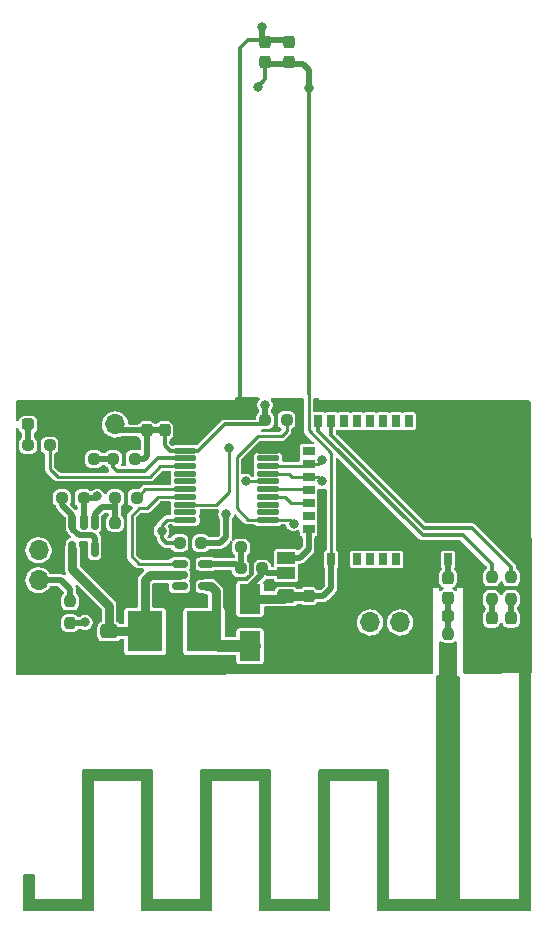
<source format=gtl>
G04 #@! TF.GenerationSoftware,KiCad,Pcbnew,6.0.10*
G04 #@! TF.CreationDate,2023-11-17T15:38:01-06:00*
G04 #@! TF.ProjectId,sensor_sigfox_3,73656e73-6f72-45f7-9369-67666f785f33,rev?*
G04 #@! TF.SameCoordinates,Original*
G04 #@! TF.FileFunction,Copper,L1,Top*
G04 #@! TF.FilePolarity,Positive*
%FSLAX46Y46*%
G04 Gerber Fmt 4.6, Leading zero omitted, Abs format (unit mm)*
G04 Created by KiCad (PCBNEW 6.0.10) date 2023-11-17 15:38:01*
%MOMM*%
%LPD*%
G01*
G04 APERTURE LIST*
G04 Aperture macros list*
%AMRoundRect*
0 Rectangle with rounded corners*
0 $1 Rounding radius*
0 $2 $3 $4 $5 $6 $7 $8 $9 X,Y pos of 4 corners*
0 Add a 4 corners polygon primitive as box body*
4,1,4,$2,$3,$4,$5,$6,$7,$8,$9,$2,$3,0*
0 Add four circle primitives for the rounded corners*
1,1,$1+$1,$2,$3*
1,1,$1+$1,$4,$5*
1,1,$1+$1,$6,$7*
1,1,$1+$1,$8,$9*
0 Add four rect primitives between the rounded corners*
20,1,$1+$1,$2,$3,$4,$5,0*
20,1,$1+$1,$4,$5,$6,$7,0*
20,1,$1+$1,$6,$7,$8,$9,0*
20,1,$1+$1,$8,$9,$2,$3,0*%
G04 Aperture macros list end*
G04 #@! TA.AperFunction,SMDPad,CuDef*
%ADD10RoundRect,0.250000X0.475000X-0.337500X0.475000X0.337500X-0.475000X0.337500X-0.475000X-0.337500X0*%
G04 #@! TD*
G04 #@! TA.AperFunction,SMDPad,CuDef*
%ADD11RoundRect,0.237500X-0.287500X-0.237500X0.287500X-0.237500X0.287500X0.237500X-0.287500X0.237500X0*%
G04 #@! TD*
G04 #@! TA.AperFunction,SMDPad,CuDef*
%ADD12RoundRect,0.237500X-0.237500X0.250000X-0.237500X-0.250000X0.237500X-0.250000X0.237500X0.250000X0*%
G04 #@! TD*
G04 #@! TA.AperFunction,SMDPad,CuDef*
%ADD13RoundRect,0.237500X0.250000X0.237500X-0.250000X0.237500X-0.250000X-0.237500X0.250000X-0.237500X0*%
G04 #@! TD*
G04 #@! TA.AperFunction,SMDPad,CuDef*
%ADD14RoundRect,0.237500X-0.250000X-0.237500X0.250000X-0.237500X0.250000X0.237500X-0.250000X0.237500X0*%
G04 #@! TD*
G04 #@! TA.AperFunction,SMDPad,CuDef*
%ADD15RoundRect,0.237500X0.237500X-0.250000X0.237500X0.250000X-0.237500X0.250000X-0.237500X-0.250000X0*%
G04 #@! TD*
G04 #@! TA.AperFunction,SMDPad,CuDef*
%ADD16RoundRect,0.237500X-0.237500X0.300000X-0.237500X-0.300000X0.237500X-0.300000X0.237500X0.300000X0*%
G04 #@! TD*
G04 #@! TA.AperFunction,SMDPad,CuDef*
%ADD17RoundRect,0.237500X0.237500X-0.300000X0.237500X0.300000X-0.237500X0.300000X-0.237500X-0.300000X0*%
G04 #@! TD*
G04 #@! TA.AperFunction,SMDPad,CuDef*
%ADD18R,3.000000X3.500000*%
G04 #@! TD*
G04 #@! TA.AperFunction,ComponentPad*
%ADD19R,1.700000X1.700000*%
G04 #@! TD*
G04 #@! TA.AperFunction,ComponentPad*
%ADD20O,1.700000X1.700000*%
G04 #@! TD*
G04 #@! TA.AperFunction,SMDPad,CuDef*
%ADD21R,1.800000X2.500000*%
G04 #@! TD*
G04 #@! TA.AperFunction,SMDPad,CuDef*
%ADD22R,1.500000X1.000000*%
G04 #@! TD*
G04 #@! TA.AperFunction,SMDPad,CuDef*
%ADD23R,0.700000X1.000000*%
G04 #@! TD*
G04 #@! TA.AperFunction,SMDPad,CuDef*
%ADD24R,1.000000X0.700000*%
G04 #@! TD*
G04 #@! TA.AperFunction,SMDPad,CuDef*
%ADD25RoundRect,0.237500X0.287500X0.237500X-0.287500X0.237500X-0.287500X-0.237500X0.287500X-0.237500X0*%
G04 #@! TD*
G04 #@! TA.AperFunction,SMDPad,CuDef*
%ADD26RoundRect,0.237500X0.237500X-0.287500X0.237500X0.287500X-0.237500X0.287500X-0.237500X-0.287500X0*%
G04 #@! TD*
G04 #@! TA.AperFunction,SMDPad,CuDef*
%ADD27RoundRect,0.150000X0.512500X0.150000X-0.512500X0.150000X-0.512500X-0.150000X0.512500X-0.150000X0*%
G04 #@! TD*
G04 #@! TA.AperFunction,SMDPad,CuDef*
%ADD28RoundRect,0.150000X-0.150000X0.512500X-0.150000X-0.512500X0.150000X-0.512500X0.150000X0.512500X0*%
G04 #@! TD*
G04 #@! TA.AperFunction,SMDPad,CuDef*
%ADD29RoundRect,0.125000X-0.825000X-0.125000X0.825000X-0.125000X0.825000X0.125000X-0.825000X0.125000X0*%
G04 #@! TD*
G04 #@! TA.AperFunction,ViaPad*
%ADD30C,0.800000*%
G04 #@! TD*
G04 #@! TA.AperFunction,Conductor*
%ADD31C,0.500000*%
G04 #@! TD*
G04 #@! TA.AperFunction,Conductor*
%ADD32C,0.300000*%
G04 #@! TD*
G04 #@! TA.AperFunction,Conductor*
%ADD33C,0.250000*%
G04 #@! TD*
G04 #@! TA.AperFunction,Conductor*
%ADD34C,0.750000*%
G04 #@! TD*
G04 #@! TA.AperFunction,Conductor*
%ADD35C,1.000000*%
G04 #@! TD*
G04 APERTURE END LIST*
D10*
X109728000Y-107485000D03*
X109728000Y-105410000D03*
X124714000Y-104521000D03*
X124714000Y-102446000D03*
D11*
X136657000Y-104140000D03*
X138407000Y-104140000D03*
D12*
X138430000Y-105617000D03*
X138430000Y-107442000D03*
X143764000Y-100838000D03*
X143764000Y-102663000D03*
X142113000Y-100838000D03*
X142113000Y-102663000D03*
D13*
X122729000Y-98298000D03*
X120904000Y-98298000D03*
D14*
X120880500Y-100076000D03*
X122705500Y-100076000D03*
D12*
X110236000Y-96219000D03*
X110236000Y-98044000D03*
D13*
X112061000Y-94107000D03*
X110236000Y-94107000D03*
X107569000Y-94107000D03*
X105744000Y-94107000D03*
X104695000Y-89662000D03*
X102870000Y-89662000D03*
D14*
X115697000Y-97917000D03*
X117522000Y-97917000D03*
D13*
X124761000Y-87503000D03*
X122936000Y-87503000D03*
D14*
X106633000Y-90805000D03*
X108458000Y-90805000D03*
X110062000Y-90805000D03*
X111887000Y-90805000D03*
D15*
X106426000Y-104695000D03*
X106426000Y-102870000D03*
D16*
X138430000Y-100891000D03*
X138430000Y-102616000D03*
D17*
X122936000Y-57229000D03*
X122936000Y-55504000D03*
X124968000Y-57229000D03*
X124968000Y-55504000D03*
D16*
X114427000Y-86667000D03*
X114427000Y-88392000D03*
X112903000Y-86667000D03*
X112903000Y-88392000D03*
D17*
X126619000Y-104140000D03*
X126619000Y-102415000D03*
D18*
X117776000Y-105410000D03*
X112776000Y-105410000D03*
D19*
X129286000Y-104648000D03*
D20*
X131826000Y-104648000D03*
X134366000Y-104648000D03*
D21*
X121666000Y-102648000D03*
X121666000Y-106648000D03*
D19*
X103759000Y-103617000D03*
D20*
X103759000Y-101077000D03*
X103759000Y-98537000D03*
D19*
X107696000Y-87884000D03*
D20*
X110236000Y-87884000D03*
D22*
X124714000Y-100457000D03*
X124714000Y-99157000D03*
X124714000Y-97857000D03*
D23*
X139530000Y-87594000D03*
X138430000Y-87594000D03*
X137330000Y-87594000D03*
X136230000Y-87594000D03*
X135130000Y-87594000D03*
X134030000Y-87594000D03*
X132930000Y-87594000D03*
X131830000Y-87594000D03*
X130730000Y-87594000D03*
X129630000Y-87594000D03*
X128530000Y-87594000D03*
X127430000Y-87594000D03*
D24*
X126620000Y-90154000D03*
X126620000Y-91254000D03*
X126620000Y-92354000D03*
X126620000Y-93454000D03*
X126620000Y-94554000D03*
X126620000Y-95654000D03*
X126620000Y-96754000D03*
D23*
X127430000Y-99314000D03*
X128530000Y-99314000D03*
X129630000Y-99314000D03*
X130730000Y-99314000D03*
X131830000Y-99314000D03*
X132930000Y-99314000D03*
X134030000Y-99314000D03*
X135130000Y-99314000D03*
X136230000Y-99314000D03*
X137330000Y-99314000D03*
X138430000Y-99314000D03*
X139530000Y-99314000D03*
D25*
X104620000Y-87884000D03*
X102870000Y-87884000D03*
D26*
X142113000Y-106045000D03*
X142113000Y-104295000D03*
X143764000Y-106045000D03*
X143764000Y-104295000D03*
D27*
X117972000Y-101595000D03*
X117972000Y-100645000D03*
X117972000Y-99695000D03*
X115697000Y-99695000D03*
X115697000Y-100645000D03*
X115697000Y-101595000D03*
D28*
X108519000Y-96150000D03*
X107569000Y-96150000D03*
X106619000Y-96150000D03*
X106619000Y-98425000D03*
X107569000Y-98425000D03*
X108519000Y-98425000D03*
D29*
X116190000Y-90110000D03*
X116190000Y-90760000D03*
X116190000Y-91410000D03*
X116190000Y-92060000D03*
X116190000Y-92710000D03*
X116190000Y-93360000D03*
X116190000Y-94010000D03*
X116190000Y-94660000D03*
X116190000Y-95310000D03*
X116190000Y-95960000D03*
X123190000Y-95960000D03*
X123190000Y-95310000D03*
X123190000Y-94660000D03*
X123190000Y-94010000D03*
X123190000Y-93360000D03*
X123190000Y-92710000D03*
X123190000Y-92060000D03*
X123190000Y-91410000D03*
X123190000Y-90760000D03*
X123190000Y-90110000D03*
D30*
X125222000Y-89916000D03*
X110490000Y-100330000D03*
X102870000Y-92710000D03*
X116840000Y-87630000D03*
X118110000Y-87630000D03*
X129540000Y-96520000D03*
X134620000Y-92710000D03*
X137160000Y-93980000D03*
X139700000Y-93980000D03*
X132080000Y-90170000D03*
X134620000Y-90170000D03*
X137160000Y-90170000D03*
X139700000Y-90170000D03*
X142240000Y-86360000D03*
X144780000Y-96520000D03*
X144780000Y-93980000D03*
X144780000Y-91440000D03*
X144780000Y-88900000D03*
X144780000Y-86360000D03*
X119126000Y-108458000D03*
X117602000Y-108458000D03*
X116078000Y-108458000D03*
X114554000Y-108458000D03*
X113030000Y-108458000D03*
X111506000Y-108458000D03*
X109982000Y-108458000D03*
X108458000Y-108458000D03*
X106934000Y-108458000D03*
X105410000Y-108458000D03*
X103886000Y-108458000D03*
X102362000Y-108458000D03*
X124206000Y-108458000D03*
X125730000Y-108458000D03*
X127254000Y-108458000D03*
X128778000Y-108458000D03*
X130302000Y-108458000D03*
X131826000Y-108458000D03*
X133350000Y-108458000D03*
X134874000Y-108458000D03*
X136398000Y-108458000D03*
X136398000Y-106934000D03*
X136398000Y-105410000D03*
X136398000Y-102362000D03*
X136906000Y-100838000D03*
X139954000Y-100838000D03*
X140462000Y-102362000D03*
X140462000Y-103886000D03*
X140462000Y-105410000D03*
X140462000Y-106934000D03*
X140462000Y-108458000D03*
X143002000Y-107442000D03*
X143002000Y-108458000D03*
X144018000Y-107442000D03*
X145034000Y-107442000D03*
X144018000Y-108458000D03*
X145034000Y-108458000D03*
X127254000Y-100838000D03*
X129794000Y-102362000D03*
X129794000Y-100838000D03*
X122936000Y-86233000D03*
X119634000Y-95504000D03*
X127762000Y-92710000D03*
X127762000Y-90932000D03*
X119888000Y-89916000D03*
X125353299Y-96270299D03*
X114173000Y-96901000D03*
X121285000Y-92710000D03*
X107696000Y-104648000D03*
X119507000Y-100965000D03*
X108712000Y-93980000D03*
X122682000Y-54229000D03*
X126619000Y-59436000D03*
X122301000Y-59309000D03*
D31*
X142113000Y-104295000D02*
X142113000Y-102663000D01*
X143764000Y-104295000D02*
X143764000Y-102663000D01*
X119634000Y-97409000D02*
X119634000Y-95504000D01*
X119126000Y-97917000D02*
X119634000Y-97409000D01*
X117522000Y-97917000D02*
X119126000Y-97917000D01*
X122936000Y-86233000D02*
X122936000Y-87503000D01*
D32*
X122936000Y-87503000D02*
X122555000Y-87884000D01*
X122555000Y-87884000D02*
X119507000Y-87884000D01*
X119507000Y-87884000D02*
X117281000Y-90110000D01*
X117281000Y-90110000D02*
X116190000Y-90110000D01*
X115697000Y-97917000D02*
X114554000Y-97917000D01*
X114554000Y-97917000D02*
X114173000Y-97536000D01*
X114173000Y-97536000D02*
X114173000Y-96901000D01*
X128530000Y-87594000D02*
X128530000Y-88779000D01*
X128530000Y-88779000D02*
X136398000Y-96647000D01*
X136398000Y-96647000D02*
X140462000Y-96647000D01*
X143764000Y-99949000D02*
X143764000Y-100838000D01*
X140462000Y-96647000D02*
X143764000Y-99949000D01*
X139700000Y-97282000D02*
X142113000Y-99695000D01*
X142113000Y-99695000D02*
X142113000Y-100838000D01*
X127430000Y-87594000D02*
X127430000Y-88441000D01*
X127430000Y-88441000D02*
X136271000Y-97282000D01*
X136271000Y-97282000D02*
X139700000Y-97282000D01*
D33*
X127406000Y-92354000D02*
X127762000Y-92710000D01*
X126620000Y-92354000D02*
X127406000Y-92354000D01*
X127440000Y-91254000D02*
X127762000Y-90932000D01*
X126620000Y-91254000D02*
X127440000Y-91254000D01*
X124761000Y-87503000D02*
X124761000Y-88472000D01*
X120523000Y-90678000D02*
X120523000Y-94996000D01*
X124761000Y-88472000D02*
X124333000Y-88900000D01*
X124333000Y-88900000D02*
X122301000Y-88900000D01*
X122301000Y-88900000D02*
X120523000Y-90678000D01*
X120523000Y-94996000D02*
X121487000Y-95960000D01*
X121487000Y-95960000D02*
X123190000Y-95960000D01*
X126619000Y-85344000D02*
X126619000Y-88392000D01*
X126619000Y-88392000D02*
X128530000Y-90303000D01*
X128530000Y-90303000D02*
X128530000Y-99314000D01*
X115697000Y-99695000D02*
X112268000Y-99695000D01*
X112268000Y-99695000D02*
X111633000Y-99060000D01*
X111633000Y-99060000D02*
X111633000Y-95631000D01*
X111633000Y-95631000D02*
X112268000Y-94996000D01*
X112268000Y-94996000D02*
X112903000Y-94996000D01*
X112903000Y-94996000D02*
X113889000Y-94010000D01*
X113889000Y-94010000D02*
X116190000Y-94010000D01*
X119888000Y-89916000D02*
X119888000Y-93599000D01*
X119888000Y-93599000D02*
X118827000Y-94660000D01*
X118827000Y-94660000D02*
X116190000Y-94660000D01*
X125353299Y-96270299D02*
X125043000Y-95960000D01*
X125043000Y-95960000D02*
X123190000Y-95960000D01*
X114173000Y-96901000D02*
X114173000Y-96393000D01*
X114606000Y-95960000D02*
X116190000Y-95960000D01*
X114173000Y-96393000D02*
X114606000Y-95960000D01*
X123190000Y-92710000D02*
X121285000Y-92710000D01*
D31*
X106426000Y-104695000D02*
X107649000Y-104695000D01*
X107649000Y-104695000D02*
X107696000Y-104648000D01*
X103759000Y-101077000D02*
X105649000Y-101077000D01*
X105649000Y-101077000D02*
X106426000Y-101854000D01*
X106426000Y-101854000D02*
X106426000Y-102870000D01*
D34*
X106619000Y-98425000D02*
X106619000Y-100142000D01*
X106619000Y-100142000D02*
X109728000Y-103251000D01*
X109728000Y-103251000D02*
X109728000Y-105410000D01*
D31*
X138430000Y-102616000D02*
X138430000Y-105617000D01*
X138430000Y-99314000D02*
X138430000Y-100891000D01*
X128530000Y-99314000D02*
X128530000Y-101721000D01*
X128530000Y-101721000D02*
X127836000Y-102415000D01*
X127836000Y-102415000D02*
X126619000Y-102415000D01*
D34*
X124714000Y-102446000D02*
X126588000Y-102446000D01*
X126588000Y-102446000D02*
X126619000Y-102415000D01*
X121666000Y-102648000D02*
X124512000Y-102648000D01*
X124512000Y-102648000D02*
X124714000Y-102446000D01*
D31*
X120880500Y-100076000D02*
X120880500Y-98321500D01*
X120880500Y-98321500D02*
X120904000Y-98298000D01*
X126620000Y-96754000D02*
X126620000Y-98424000D01*
X126620000Y-98424000D02*
X125887000Y-99157000D01*
X125887000Y-99157000D02*
X124714000Y-99157000D01*
X124714000Y-97857000D02*
X123170000Y-97857000D01*
X123170000Y-97857000D02*
X122729000Y-98298000D01*
X124714000Y-100457000D02*
X123086500Y-100457000D01*
X123086500Y-100457000D02*
X122705500Y-100076000D01*
X122705500Y-100076000D02*
X122705500Y-100560500D01*
X122705500Y-100560500D02*
X121666000Y-101600000D01*
X121666000Y-101600000D02*
X121666000Y-102648000D01*
X119187000Y-100645000D02*
X119507000Y-100965000D01*
X117972000Y-100645000D02*
X119187000Y-100645000D01*
X117972000Y-99695000D02*
X120499500Y-99695000D01*
X120499500Y-99695000D02*
X120880500Y-100076000D01*
D35*
X122047000Y-106648000D02*
X119014000Y-106648000D01*
D34*
X119014000Y-106648000D02*
X117776000Y-105410000D01*
X118359000Y-101595000D02*
X118745000Y-101981000D01*
X117972000Y-101595000D02*
X118359000Y-101595000D01*
X118745000Y-101981000D02*
X118745000Y-104441000D01*
X118745000Y-104441000D02*
X117776000Y-105410000D01*
X115697000Y-100645000D02*
X113223000Y-100645000D01*
X113223000Y-100645000D02*
X112776000Y-101092000D01*
X112776000Y-101092000D02*
X112776000Y-105410000D01*
X109728000Y-105410000D02*
X112776000Y-105410000D01*
D33*
X116190000Y-93360000D02*
X112808000Y-93360000D01*
X112808000Y-93360000D02*
X112061000Y-94107000D01*
D31*
X127254000Y-99490000D02*
X127430000Y-99314000D01*
X108585000Y-94107000D02*
X108712000Y-93980000D01*
X107569000Y-94107000D02*
X108585000Y-94107000D01*
X106619000Y-96150000D02*
X106619000Y-95570000D01*
X106619000Y-95570000D02*
X105744000Y-94695000D01*
X105744000Y-94695000D02*
X105744000Y-94107000D01*
X106619000Y-96150000D02*
X106619000Y-96713000D01*
X106619000Y-96713000D02*
X106620972Y-96713000D01*
X106620972Y-96713000D02*
X107170472Y-97262500D01*
X107170472Y-97262500D02*
X108311500Y-97262500D01*
X108311500Y-97262500D02*
X108519000Y-97470000D01*
X108519000Y-97470000D02*
X108519000Y-98425000D01*
X108519000Y-96150000D02*
X108519000Y-95443000D01*
X110236000Y-94107000D02*
X110236000Y-94869000D01*
X108519000Y-95443000D02*
X109093000Y-94869000D01*
X110236000Y-94869000D02*
X110236000Y-96219000D01*
X109093000Y-94869000D02*
X110236000Y-94869000D01*
X107569000Y-96150000D02*
X107569000Y-94107000D01*
D33*
X116190000Y-91410000D02*
X114076000Y-91410000D01*
X114076000Y-91410000D02*
X113157000Y-92329000D01*
X113157000Y-92329000D02*
X105410000Y-92329000D01*
X105410000Y-92329000D02*
X104695000Y-91614000D01*
X104695000Y-91614000D02*
X104695000Y-89662000D01*
D31*
X102870000Y-87884000D02*
X102870000Y-89662000D01*
X110236000Y-87884000D02*
X110744000Y-88392000D01*
X110744000Y-88392000D02*
X112903000Y-88392000D01*
X111887000Y-90805000D02*
X112649000Y-90805000D01*
X112649000Y-90805000D02*
X112903000Y-90551000D01*
X112903000Y-90551000D02*
X112903000Y-88392000D01*
X106633000Y-90805000D02*
X106553000Y-90805000D01*
X108458000Y-90805000D02*
X110062000Y-90805000D01*
D32*
X116190000Y-90760000D02*
X113837000Y-90760000D01*
X113837000Y-90760000D02*
X112776000Y-91821000D01*
X112776000Y-91821000D02*
X110363000Y-91821000D01*
X110363000Y-91821000D02*
X110062000Y-91520000D01*
X110062000Y-91520000D02*
X110062000Y-90805000D01*
X116190000Y-90110000D02*
X114875000Y-90110000D01*
X114875000Y-90110000D02*
X114427000Y-89662000D01*
X114427000Y-89662000D02*
X114427000Y-88392000D01*
D31*
X112903000Y-88392000D02*
X114427000Y-88392000D01*
D33*
X123190000Y-94010000D02*
X124617000Y-94010000D01*
X124617000Y-94010000D02*
X125161000Y-94554000D01*
X125161000Y-94554000D02*
X126620000Y-94554000D01*
X123190000Y-93360000D02*
X126526000Y-93360000D01*
X126526000Y-93360000D02*
X126620000Y-93454000D01*
X123190000Y-92060000D02*
X124953000Y-92060000D01*
X124953000Y-92060000D02*
X125247000Y-92354000D01*
X125247000Y-92354000D02*
X126620000Y-92354000D01*
X126620000Y-91254000D02*
X126464000Y-91410000D01*
X126464000Y-91410000D02*
X123190000Y-91410000D01*
D32*
X120777000Y-56007000D02*
X120777000Y-87122000D01*
D31*
X122936000Y-55329000D02*
X124968000Y-55329000D01*
D32*
X121455000Y-55329000D02*
X120777000Y-56007000D01*
D31*
X122682000Y-54229000D02*
X122682000Y-55075000D01*
D32*
X122936000Y-55329000D02*
X121455000Y-55329000D01*
D31*
X122682000Y-55075000D02*
X122936000Y-55329000D01*
D32*
X122936000Y-58674000D02*
X122301000Y-59309000D01*
D31*
X126619000Y-57912000D02*
X126111000Y-57404000D01*
D32*
X126619000Y-59436000D02*
X126619000Y-85344000D01*
D31*
X126619000Y-59436000D02*
X126619000Y-57912000D01*
D32*
X122936000Y-57404000D02*
X122936000Y-58674000D01*
D31*
X126111000Y-57404000D02*
X122936000Y-57404000D01*
G04 #@! TA.AperFunction,Conductor*
G36*
X145521679Y-108907902D02*
G01*
X145468279Y-108954689D01*
X145415671Y-108966364D01*
X140578762Y-108980304D01*
X139826363Y-108982472D01*
X139758185Y-108962667D01*
X139711538Y-108909145D01*
X139700000Y-108856473D01*
X139700000Y-101727000D01*
X139192000Y-101727000D01*
X139192000Y-101842311D01*
X139171998Y-101910432D01*
X139118342Y-101956925D01*
X139048068Y-101967029D01*
X138990436Y-101943138D01*
X138913382Y-101885390D01*
X138913381Y-101885389D01*
X138906199Y-101880007D01*
X138897798Y-101876857D01*
X138897795Y-101876856D01*
X138883459Y-101871482D01*
X138826694Y-101828840D01*
X138801995Y-101762278D01*
X138817203Y-101692929D01*
X138867489Y-101642811D01*
X138883459Y-101635518D01*
X138897795Y-101630144D01*
X138897798Y-101630143D01*
X138906199Y-101626993D01*
X139018974Y-101542474D01*
X139103493Y-101429699D01*
X139106643Y-101421298D01*
X139106644Y-101421295D01*
X139136037Y-101342887D01*
X139152964Y-101297736D01*
X139159500Y-101237570D01*
X139159500Y-100544430D01*
X139152964Y-100484264D01*
X139136037Y-100439113D01*
X139106644Y-100360705D01*
X139106643Y-100360702D01*
X139103493Y-100352301D01*
X139018974Y-100239526D01*
X139011794Y-100234145D01*
X139011793Y-100234144D01*
X138984935Y-100214015D01*
X138942420Y-100157156D01*
X138934500Y-100113189D01*
X138934500Y-100075235D01*
X138954502Y-100007114D01*
X138960838Y-99999252D01*
X138963484Y-99997484D01*
X139019734Y-99913301D01*
X139034500Y-99839067D01*
X139034500Y-99314085D01*
X139034499Y-98788934D01*
X139027388Y-98753182D01*
X139022156Y-98726874D01*
X139022155Y-98726872D01*
X139019734Y-98714699D01*
X139012839Y-98704379D01*
X139012838Y-98704378D01*
X138990436Y-98670852D01*
X138963484Y-98630516D01*
X138879301Y-98574266D01*
X138805067Y-98559500D01*
X138054934Y-98559501D01*
X137980699Y-98574266D01*
X137896516Y-98630516D01*
X137840266Y-98714699D01*
X137825500Y-98788933D01*
X137825500Y-99313915D01*
X137825501Y-99839066D01*
X137832612Y-99874818D01*
X137837844Y-99901126D01*
X137837845Y-99901128D01*
X137840266Y-99913301D01*
X137847161Y-99923621D01*
X137847162Y-99923622D01*
X137896516Y-99997484D01*
X137895251Y-99998329D01*
X137922621Y-100048452D01*
X137925500Y-100075235D01*
X137925500Y-100113189D01*
X137905498Y-100181310D01*
X137875065Y-100214015D01*
X137841026Y-100239526D01*
X137756507Y-100352301D01*
X137753357Y-100360702D01*
X137753356Y-100360705D01*
X137741658Y-100391910D01*
X137707036Y-100484264D01*
X137700500Y-100544430D01*
X137700500Y-101237570D01*
X137707036Y-101297736D01*
X137741658Y-101390090D01*
X137753356Y-101421295D01*
X137753357Y-101421298D01*
X137756507Y-101429699D01*
X137841026Y-101542474D01*
X137953801Y-101626993D01*
X137970378Y-101633208D01*
X137976541Y-101635518D01*
X138033306Y-101678160D01*
X138058005Y-101744722D01*
X138042797Y-101814071D01*
X137992511Y-101864189D01*
X137976541Y-101871482D01*
X137970378Y-101873793D01*
X137953801Y-101880007D01*
X137946619Y-101885389D01*
X137946618Y-101885390D01*
X137869564Y-101943138D01*
X137803058Y-101967985D01*
X137733675Y-101952932D01*
X137683446Y-101902757D01*
X137668000Y-101842311D01*
X137668000Y-101727000D01*
X137160000Y-101727000D01*
X137160000Y-108864519D01*
X137139998Y-108932640D01*
X137086342Y-108979133D01*
X137034364Y-108990518D01*
X101980861Y-109091536D01*
X101912685Y-109071732D01*
X101866038Y-109018210D01*
X101854500Y-108965538D01*
X101854500Y-88276323D01*
X101874502Y-88208202D01*
X101928158Y-88161709D01*
X101998432Y-88151605D01*
X102063012Y-88181099D01*
X102098482Y-88232093D01*
X102143356Y-88351795D01*
X102143357Y-88351798D01*
X102146507Y-88360199D01*
X102231026Y-88472974D01*
X102315065Y-88535957D01*
X102357580Y-88592815D01*
X102365500Y-88636783D01*
X102365500Y-88937321D01*
X102345498Y-89005442D01*
X102315067Y-89038146D01*
X102268526Y-89073026D01*
X102184007Y-89185801D01*
X102180857Y-89194202D01*
X102180856Y-89194205D01*
X102151890Y-89271473D01*
X102134536Y-89317764D01*
X102128000Y-89377930D01*
X102128000Y-89946070D01*
X102134536Y-90006236D01*
X102151890Y-90052527D01*
X102180856Y-90129795D01*
X102180857Y-90129798D01*
X102184007Y-90138199D01*
X102268526Y-90250974D01*
X102381301Y-90335493D01*
X102513264Y-90384964D01*
X102573430Y-90391500D01*
X103166570Y-90391500D01*
X103226736Y-90384964D01*
X103358699Y-90335493D01*
X103471474Y-90250974D01*
X103555993Y-90138199D01*
X103559143Y-90129798D01*
X103559144Y-90129795D01*
X103596644Y-90029763D01*
X103605464Y-90006236D01*
X103612000Y-89946070D01*
X103612000Y-89377930D01*
X103605464Y-89317764D01*
X103596644Y-89294237D01*
X103559144Y-89194205D01*
X103559143Y-89194202D01*
X103555993Y-89185801D01*
X103471474Y-89073026D01*
X103424934Y-89038147D01*
X103382420Y-88981288D01*
X103374500Y-88937321D01*
X103374500Y-88636783D01*
X103394502Y-88568662D01*
X103424936Y-88535956D01*
X103476855Y-88497046D01*
X103508974Y-88472974D01*
X103593493Y-88360199D01*
X103596643Y-88351798D01*
X103596644Y-88351795D01*
X103626037Y-88273387D01*
X103642964Y-88228236D01*
X103649500Y-88168070D01*
X103649500Y-87599930D01*
X103642964Y-87539764D01*
X103626037Y-87494613D01*
X103596644Y-87416205D01*
X103596643Y-87416202D01*
X103593493Y-87407801D01*
X103508974Y-87295026D01*
X103396199Y-87210507D01*
X103387798Y-87207357D01*
X103387795Y-87207356D01*
X103382420Y-87205341D01*
X103264236Y-87161036D01*
X103204070Y-87154500D01*
X102535930Y-87154500D01*
X102475764Y-87161036D01*
X102343801Y-87210507D01*
X102231026Y-87295026D01*
X102146507Y-87407801D01*
X102143357Y-87416202D01*
X102143356Y-87416205D01*
X102098482Y-87535907D01*
X102055840Y-87592671D01*
X101989279Y-87617371D01*
X101919930Y-87602164D01*
X101869812Y-87551878D01*
X101854500Y-87491677D01*
X101854500Y-85978500D01*
X101874502Y-85910379D01*
X101928158Y-85863886D01*
X101980500Y-85852500D01*
X103788036Y-85852500D01*
X103788036Y-97428148D01*
X103585478Y-97441424D01*
X103579882Y-97442845D01*
X103579877Y-97442846D01*
X103464297Y-97472200D01*
X103388731Y-97491392D01*
X103383488Y-97493809D01*
X103302792Y-97531010D01*
X103204384Y-97576377D01*
X103038611Y-97693533D01*
X102896965Y-97838938D01*
X102784188Y-98007720D01*
X102781910Y-98013023D01*
X102781908Y-98013026D01*
X102743808Y-98101707D01*
X102704058Y-98194228D01*
X102687536Y-98267244D01*
X102660533Y-98386579D01*
X102660532Y-98386584D01*
X102659258Y-98392216D01*
X102659031Y-98397987D01*
X102659031Y-98397989D01*
X102656683Y-98457756D01*
X102651288Y-98595053D01*
X102665852Y-98695499D01*
X102679587Y-98790231D01*
X102679588Y-98790236D01*
X102680416Y-98795945D01*
X102682271Y-98801409D01*
X102682272Y-98801414D01*
X102743808Y-98982693D01*
X102743810Y-98982698D01*
X102745666Y-98988165D01*
X102844853Y-99165276D01*
X102896965Y-99227934D01*
X102970969Y-99316913D01*
X102974655Y-99321345D01*
X103130724Y-99451147D01*
X103307835Y-99550334D01*
X103313302Y-99552190D01*
X103313307Y-99552192D01*
X103494586Y-99613728D01*
X103494591Y-99613729D01*
X103500055Y-99615584D01*
X103505764Y-99616412D01*
X103505769Y-99616413D01*
X103642964Y-99636305D01*
X103700947Y-99644712D01*
X103759000Y-99646232D01*
X103961141Y-99627658D01*
X103966701Y-99626090D01*
X104150954Y-99574125D01*
X104150956Y-99574124D01*
X104156513Y-99572557D01*
X104177967Y-99561978D01*
X104333391Y-99485331D01*
X104338572Y-99482776D01*
X104501221Y-99361320D01*
X104639013Y-99212258D01*
X104642094Y-99207375D01*
X104642097Y-99207371D01*
X104733990Y-99061728D01*
X104747333Y-99040581D01*
X104822554Y-98852039D01*
X104823680Y-98846379D01*
X104823681Y-98846375D01*
X104861029Y-98658613D01*
X104861029Y-98658610D01*
X104862156Y-98652946D01*
X104862232Y-98647171D01*
X104862232Y-98647167D01*
X104863559Y-98545793D01*
X104864813Y-98449971D01*
X104863834Y-98444274D01*
X104863834Y-98444273D01*
X104831415Y-98255607D01*
X104830436Y-98249910D01*
X104760176Y-98059463D01*
X104656388Y-97885010D01*
X104652582Y-97880670D01*
X104652579Y-97880666D01*
X104635089Y-97860723D01*
X104522545Y-97732392D01*
X104363131Y-97606720D01*
X104358020Y-97604031D01*
X104358017Y-97604029D01*
X104312951Y-97580319D01*
X104183485Y-97512203D01*
X103989622Y-97452007D01*
X103788036Y-97428148D01*
X103788036Y-85852500D01*
X120104524Y-85852500D01*
X120129106Y-85854921D01*
X120129830Y-85855065D01*
X120142000Y-85857486D01*
X120177486Y-85850428D01*
X120199556Y-85846038D01*
X120229132Y-85840155D01*
X120229134Y-85840154D01*
X120241301Y-85837734D01*
X120325484Y-85781484D01*
X120381734Y-85697301D01*
X120388054Y-85665528D01*
X120420961Y-85602618D01*
X120482656Y-85567486D01*
X120513090Y-85564117D01*
X120580533Y-85564897D01*
X122356757Y-85585431D01*
X122424642Y-85606220D01*
X122470511Y-85660409D01*
X122479802Y-85730795D01*
X122448494Y-85796222D01*
X122408930Y-85839703D01*
X122398581Y-85851076D01*
X122322992Y-85990293D01*
X122282793Y-86143522D01*
X122281474Y-86227477D01*
X122280424Y-86294319D01*
X122280424Y-86294322D01*
X122280305Y-86301916D01*
X122315671Y-86456332D01*
X122356757Y-86538023D01*
X122383437Y-86591072D01*
X122383439Y-86591075D01*
X122386849Y-86597855D01*
X122401312Y-86614789D01*
X122430342Y-86679579D01*
X122431500Y-86696619D01*
X122431500Y-86778321D01*
X122411498Y-86846442D01*
X122381067Y-86879146D01*
X122334526Y-86914026D01*
X122250007Y-87026801D01*
X122246857Y-87035202D01*
X122246856Y-87035205D01*
X122225205Y-87092960D01*
X122200536Y-87158764D01*
X122194000Y-87218930D01*
X122194000Y-87353500D01*
X122173998Y-87421621D01*
X122120342Y-87468114D01*
X122068000Y-87479500D01*
X119442934Y-87479500D01*
X119433502Y-87482565D01*
X119433500Y-87482565D01*
X119421713Y-87486395D01*
X119402487Y-87491011D01*
X119380445Y-87494502D01*
X119363327Y-87503224D01*
X119360562Y-87504633D01*
X119342296Y-87512199D01*
X119321071Y-87519095D01*
X119311782Y-87525844D01*
X119303011Y-87532216D01*
X119286156Y-87542545D01*
X119266277Y-87552674D01*
X119243489Y-87575462D01*
X119243485Y-87575465D01*
X117236820Y-89582130D01*
X117174508Y-89616156D01*
X117125245Y-89614049D01*
X117124918Y-89616288D01*
X117055524Y-89606165D01*
X117050968Y-89605500D01*
X115329032Y-89605500D01*
X115254439Y-89616481D01*
X115208301Y-89639134D01*
X115141030Y-89672162D01*
X115140175Y-89670421D01*
X115085288Y-89689574D01*
X115016251Y-89673012D01*
X114989877Y-89652828D01*
X114927621Y-89590571D01*
X114868404Y-89531354D01*
X114834379Y-89469042D01*
X114831500Y-89442259D01*
X114831500Y-89240461D01*
X114851502Y-89172340D01*
X114896310Y-89130576D01*
X114903199Y-89127993D01*
X115015974Y-89043474D01*
X115100493Y-88930699D01*
X115103643Y-88922298D01*
X115103644Y-88922295D01*
X115141030Y-88822567D01*
X115149964Y-88798736D01*
X115156500Y-88738570D01*
X115156500Y-88045430D01*
X115149964Y-87985264D01*
X115141030Y-87961433D01*
X115103644Y-87861705D01*
X115103643Y-87861702D01*
X115100493Y-87853301D01*
X115015974Y-87740526D01*
X114903199Y-87656007D01*
X114894798Y-87652857D01*
X114894795Y-87652856D01*
X114848674Y-87635566D01*
X114771236Y-87606536D01*
X114711070Y-87600000D01*
X114142930Y-87600000D01*
X114082764Y-87606536D01*
X114075365Y-87609310D01*
X114035951Y-87624086D01*
X113950801Y-87656007D01*
X113838026Y-87740526D01*
X113832645Y-87747706D01*
X113765827Y-87836862D01*
X113708968Y-87879378D01*
X113638149Y-87884404D01*
X113575856Y-87850344D01*
X113564173Y-87836862D01*
X113517424Y-87774484D01*
X113491974Y-87740526D01*
X113379199Y-87656007D01*
X113247236Y-87606536D01*
X113187070Y-87600000D01*
X112618930Y-87600000D01*
X112558764Y-87606536D01*
X112551365Y-87609310D01*
X112450601Y-87647085D01*
X112426801Y-87656007D01*
X112314026Y-87740526D01*
X112248231Y-87828318D01*
X112241676Y-87837064D01*
X112184817Y-87879580D01*
X112140849Y-87887500D01*
X111463564Y-87887500D01*
X111395443Y-87867498D01*
X111348950Y-87813842D01*
X111339385Y-87782842D01*
X111307436Y-87596910D01*
X111237176Y-87406463D01*
X111133388Y-87232010D01*
X111129582Y-87227670D01*
X111129579Y-87227666D01*
X111069931Y-87159651D01*
X110999545Y-87079392D01*
X110840131Y-86953720D01*
X110835020Y-86951031D01*
X110835017Y-86951029D01*
X110743973Y-86903128D01*
X110660485Y-86859203D01*
X110466622Y-86799007D01*
X110265036Y-86775148D01*
X110062478Y-86788424D01*
X110056882Y-86789845D01*
X110056877Y-86789846D01*
X109879264Y-86834955D01*
X109865731Y-86838392D01*
X109860488Y-86840809D01*
X109710216Y-86910085D01*
X109681384Y-86923377D01*
X109515611Y-87040533D01*
X109511576Y-87044675D01*
X109488549Y-87068313D01*
X109373965Y-87185938D01*
X109261188Y-87354720D01*
X109258910Y-87360023D01*
X109258908Y-87360026D01*
X109220808Y-87448707D01*
X109181058Y-87541228D01*
X109164536Y-87614244D01*
X109137533Y-87733579D01*
X109137532Y-87733584D01*
X109136258Y-87739216D01*
X109136031Y-87744987D01*
X109136031Y-87744989D01*
X109133683Y-87804756D01*
X109128288Y-87942053D01*
X109143552Y-88047327D01*
X109156587Y-88137231D01*
X109156588Y-88137236D01*
X109157416Y-88142945D01*
X109159271Y-88148409D01*
X109159272Y-88148414D01*
X109220808Y-88329693D01*
X109220810Y-88329698D01*
X109222666Y-88335165D01*
X109321853Y-88512276D01*
X109327378Y-88518920D01*
X109447969Y-88663913D01*
X109451655Y-88668345D01*
X109515611Y-88721537D01*
X109603282Y-88794453D01*
X109603285Y-88794455D01*
X109607724Y-88798147D01*
X109753465Y-88879766D01*
X109779792Y-88894510D01*
X109779794Y-88894511D01*
X109784835Y-88897334D01*
X109790302Y-88899190D01*
X109790307Y-88899192D01*
X109971586Y-88960728D01*
X109971591Y-88960729D01*
X109977055Y-88962584D01*
X109982764Y-88963412D01*
X109982769Y-88963413D01*
X110147931Y-88987360D01*
X110177947Y-88991712D01*
X110236000Y-88993232D01*
X110438141Y-88974658D01*
X110447764Y-88971944D01*
X110627954Y-88921125D01*
X110627956Y-88921124D01*
X110633513Y-88919557D01*
X110653919Y-88909494D01*
X110709647Y-88896500D01*
X110720062Y-88896500D01*
X110729399Y-88896846D01*
X110769718Y-88899842D01*
X110778666Y-88900507D01*
X110787441Y-88898634D01*
X110796137Y-88898041D01*
X110810737Y-88896500D01*
X112140849Y-88896500D01*
X112208970Y-88916502D01*
X112241676Y-88946936D01*
X112248231Y-88955683D01*
X112314026Y-89043474D01*
X112348065Y-89068985D01*
X112390580Y-89125844D01*
X112398500Y-89169811D01*
X112398500Y-89960377D01*
X112378498Y-90028498D01*
X112324842Y-90074991D01*
X112254568Y-90085095D01*
X112249137Y-90084061D01*
X112243736Y-90082036D01*
X112183570Y-90075500D01*
X111590430Y-90075500D01*
X111530264Y-90082036D01*
X111522865Y-90084810D01*
X111459526Y-90108555D01*
X111398301Y-90131507D01*
X111285526Y-90216026D01*
X111201007Y-90328801D01*
X111197857Y-90337202D01*
X111197856Y-90337205D01*
X111176699Y-90393642D01*
X111151536Y-90460764D01*
X111145000Y-90520930D01*
X111145000Y-91089070D01*
X111151536Y-91149236D01*
X111187913Y-91246271D01*
X111193096Y-91317077D01*
X111159176Y-91379446D01*
X111096920Y-91413575D01*
X111069931Y-91416500D01*
X110879069Y-91416500D01*
X110810948Y-91396498D01*
X110764455Y-91342842D01*
X110754351Y-91272568D01*
X110761086Y-91246273D01*
X110797464Y-91149236D01*
X110804000Y-91089070D01*
X110804000Y-90520930D01*
X110797464Y-90460764D01*
X110790935Y-90443348D01*
X110751144Y-90337205D01*
X110751143Y-90337202D01*
X110747993Y-90328801D01*
X110663474Y-90216026D01*
X110550699Y-90131507D01*
X110542298Y-90128357D01*
X110542295Y-90128356D01*
X110472139Y-90102056D01*
X110418736Y-90082036D01*
X110358570Y-90075500D01*
X109765430Y-90075500D01*
X109705264Y-90082036D01*
X109669975Y-90095265D01*
X109603282Y-90120268D01*
X109573301Y-90131507D01*
X109460526Y-90216026D01*
X109455145Y-90223206D01*
X109455144Y-90223207D01*
X109435015Y-90250065D01*
X109378156Y-90292580D01*
X109334189Y-90300500D01*
X109185811Y-90300500D01*
X109117690Y-90280498D01*
X109084985Y-90250065D01*
X109073500Y-90234741D01*
X109059474Y-90216026D01*
X108946699Y-90131507D01*
X108938298Y-90128357D01*
X108938295Y-90128356D01*
X108889353Y-90110009D01*
X108814736Y-90082036D01*
X108754570Y-90075500D01*
X108161430Y-90075500D01*
X108101264Y-90082036D01*
X108057699Y-90098368D01*
X107979502Y-90127683D01*
X107969301Y-90131507D01*
X107856526Y-90216026D01*
X107772007Y-90328801D01*
X107768857Y-90337202D01*
X107768856Y-90337205D01*
X107739463Y-90415613D01*
X107722536Y-90460764D01*
X107716000Y-90520930D01*
X107716000Y-91089070D01*
X107722536Y-91149236D01*
X107739463Y-91194387D01*
X107768856Y-91272795D01*
X107768857Y-91272798D01*
X107772007Y-91281199D01*
X107856526Y-91393974D01*
X107969301Y-91478493D01*
X107979502Y-91482318D01*
X108057699Y-91511632D01*
X108101264Y-91527964D01*
X108161430Y-91534500D01*
X108754570Y-91534500D01*
X108814736Y-91527964D01*
X108889353Y-91499991D01*
X108938295Y-91481644D01*
X108938298Y-91481643D01*
X108946699Y-91478493D01*
X109059474Y-91393974D01*
X109073500Y-91375259D01*
X109084985Y-91359935D01*
X109141844Y-91317420D01*
X109185811Y-91309500D01*
X109334189Y-91309500D01*
X109402310Y-91329502D01*
X109435015Y-91359935D01*
X109455144Y-91386793D01*
X109455145Y-91386794D01*
X109460526Y-91393974D01*
X109573301Y-91478493D01*
X109581706Y-91481644D01*
X109589580Y-91485955D01*
X109588412Y-91488089D01*
X109634731Y-91522877D01*
X109657500Y-91576875D01*
X109657500Y-91584066D01*
X109664395Y-91605286D01*
X109669011Y-91624513D01*
X109670951Y-91636762D01*
X109672502Y-91646555D01*
X109682634Y-91666439D01*
X109690199Y-91684705D01*
X109694030Y-91696496D01*
X109697095Y-91705929D01*
X109707265Y-91719927D01*
X109710216Y-91723989D01*
X109720546Y-91740846D01*
X109730674Y-91760723D01*
X109728766Y-91761695D01*
X109748252Y-91816307D01*
X109732171Y-91885459D01*
X109681257Y-91934939D01*
X109622457Y-91949500D01*
X105619384Y-91949500D01*
X105551263Y-91929498D01*
X105530289Y-91912595D01*
X105111405Y-91493711D01*
X105077379Y-91431399D01*
X105074500Y-91404616D01*
X105074500Y-90463758D01*
X105094502Y-90395637D01*
X105148158Y-90349144D01*
X105156269Y-90345776D01*
X105175297Y-90338643D01*
X105175298Y-90338642D01*
X105183699Y-90335493D01*
X105296474Y-90250974D01*
X105380993Y-90138199D01*
X105384143Y-90129798D01*
X105384144Y-90129795D01*
X105425051Y-90020675D01*
X105430464Y-90006236D01*
X105437000Y-89946070D01*
X105437000Y-89377930D01*
X105430464Y-89317764D01*
X105425051Y-89303325D01*
X105384144Y-89194205D01*
X105384143Y-89194202D01*
X105380993Y-89185801D01*
X105296474Y-89073026D01*
X105183699Y-88988507D01*
X105175298Y-88985357D01*
X105175295Y-88985356D01*
X105133609Y-88969729D01*
X105051736Y-88939036D01*
X104991570Y-88932500D01*
X104398430Y-88932500D01*
X104338264Y-88939036D01*
X104206301Y-88988507D01*
X104093526Y-89073026D01*
X104009007Y-89185801D01*
X104005857Y-89194202D01*
X104005856Y-89194205D01*
X103989622Y-89237510D01*
X103959536Y-89317764D01*
X103953000Y-89377930D01*
X103953000Y-89946070D01*
X103959536Y-90006236D01*
X103989622Y-90086490D01*
X104005856Y-90129795D01*
X104005857Y-90129798D01*
X104009007Y-90138199D01*
X104093526Y-90250974D01*
X104206301Y-90335493D01*
X104233731Y-90345776D01*
X104290495Y-90388419D01*
X104315194Y-90454980D01*
X104315500Y-90463758D01*
X104315500Y-91560080D01*
X104312951Y-91584028D01*
X104312872Y-91585693D01*
X104310680Y-91595876D01*
X104311904Y-91606217D01*
X104314627Y-91629223D01*
X104314977Y-91635154D01*
X104315072Y-91635146D01*
X104315500Y-91640324D01*
X104315500Y-91645524D01*
X104316354Y-91650653D01*
X104316354Y-91650656D01*
X104318669Y-91664565D01*
X104319506Y-91670443D01*
X104324306Y-91711001D01*
X104324306Y-91711002D01*
X104325530Y-91721341D01*
X104329493Y-91729593D01*
X104330996Y-91738626D01*
X104335943Y-91747795D01*
X104335944Y-91747797D01*
X104355334Y-91783732D01*
X104358031Y-91789025D01*
X104376785Y-91828082D01*
X104376788Y-91828086D01*
X104380219Y-91835232D01*
X104383814Y-91839508D01*
X104385737Y-91841431D01*
X104387509Y-91843363D01*
X104387552Y-91843442D01*
X104387428Y-91843555D01*
X104387904Y-91844095D01*
X104390990Y-91849814D01*
X104430587Y-91886417D01*
X104434152Y-91889846D01*
X105103522Y-92559216D01*
X105118664Y-92577964D01*
X105119779Y-92579189D01*
X105125429Y-92587940D01*
X105133607Y-92594387D01*
X105133609Y-92594389D01*
X105151800Y-92608729D01*
X105156241Y-92612675D01*
X105156303Y-92612602D01*
X105160267Y-92615961D01*
X105163944Y-92619638D01*
X105179692Y-92630892D01*
X105184362Y-92634398D01*
X105224647Y-92666156D01*
X105233281Y-92669188D01*
X105240734Y-92674514D01*
X105289850Y-92689203D01*
X105295492Y-92691036D01*
X105336367Y-92705390D01*
X105336368Y-92705390D01*
X105343851Y-92708018D01*
X105349416Y-92708500D01*
X105352124Y-92708500D01*
X105354758Y-92708614D01*
X105354856Y-92708643D01*
X105354849Y-92708807D01*
X105355553Y-92708851D01*
X105361778Y-92710713D01*
X105415635Y-92708597D01*
X105420582Y-92708500D01*
X113103080Y-92708500D01*
X113127027Y-92711049D01*
X113128693Y-92711128D01*
X113138876Y-92713320D01*
X113149218Y-92712096D01*
X113149221Y-92712096D01*
X113172213Y-92709374D01*
X113178154Y-92709023D01*
X113178146Y-92708928D01*
X113183326Y-92708500D01*
X113188524Y-92708500D01*
X113207576Y-92705329D01*
X113213453Y-92704492D01*
X113254003Y-92699693D01*
X113254005Y-92699692D01*
X113264341Y-92698469D01*
X113272590Y-92694508D01*
X113281626Y-92693004D01*
X113290797Y-92688056D01*
X113326760Y-92668652D01*
X113332049Y-92665957D01*
X113371085Y-92647212D01*
X113378232Y-92643780D01*
X113382508Y-92640186D01*
X113384448Y-92638246D01*
X113386359Y-92636493D01*
X113386449Y-92636444D01*
X113386561Y-92636567D01*
X113387096Y-92636095D01*
X113392814Y-92633010D01*
X113429417Y-92593413D01*
X113432846Y-92589848D01*
X114196289Y-91826405D01*
X114258601Y-91792379D01*
X114285384Y-91789500D01*
X114859500Y-91789500D01*
X114927621Y-91809502D01*
X114974114Y-91863158D01*
X114985500Y-91915500D01*
X114985500Y-92220968D01*
X114990178Y-92252745D01*
X114995054Y-92285870D01*
X114995055Y-92285872D01*
X114996481Y-92295561D01*
X115013153Y-92329518D01*
X115025221Y-92399482D01*
X115013251Y-92440379D01*
X114996288Y-92475082D01*
X114994876Y-92484761D01*
X114986160Y-92544505D01*
X114986160Y-92544511D01*
X114985500Y-92549032D01*
X114985500Y-92854500D01*
X114965498Y-92922621D01*
X114911842Y-92969114D01*
X114859500Y-92980500D01*
X112861920Y-92980500D01*
X112837972Y-92977951D01*
X112836307Y-92977872D01*
X112826124Y-92975680D01*
X112815783Y-92976904D01*
X112792777Y-92979627D01*
X112786846Y-92979977D01*
X112786854Y-92980072D01*
X112781676Y-92980500D01*
X112776476Y-92980500D01*
X112771347Y-92981354D01*
X112771344Y-92981354D01*
X112757435Y-92983669D01*
X112751557Y-92984506D01*
X112718769Y-92988387D01*
X112700659Y-92990530D01*
X112692407Y-92994493D01*
X112683374Y-92995996D01*
X112674205Y-93000943D01*
X112674203Y-93000944D01*
X112638268Y-93020334D01*
X112632975Y-93023031D01*
X112593918Y-93041785D01*
X112593914Y-93041788D01*
X112586768Y-93045219D01*
X112582492Y-93048814D01*
X112580569Y-93050737D01*
X112578637Y-93052509D01*
X112578558Y-93052552D01*
X112578445Y-93052428D01*
X112577905Y-93052904D01*
X112572186Y-93055990D01*
X112565119Y-93063635D01*
X112535584Y-93095586D01*
X112532154Y-93099152D01*
X112290711Y-93340595D01*
X112228399Y-93374621D01*
X112201616Y-93377500D01*
X111764430Y-93377500D01*
X111704264Y-93384036D01*
X111696865Y-93386810D01*
X111590430Y-93426711D01*
X111572301Y-93433507D01*
X111459526Y-93518026D01*
X111375007Y-93630801D01*
X111371857Y-93639202D01*
X111371856Y-93639205D01*
X111348672Y-93701049D01*
X111325536Y-93762764D01*
X111319000Y-93822930D01*
X111319000Y-94391070D01*
X111325536Y-94451236D01*
X111348672Y-94512951D01*
X111371856Y-94574795D01*
X111371857Y-94574798D01*
X111375007Y-94583199D01*
X111459526Y-94695974D01*
X111572301Y-94780493D01*
X111590430Y-94787290D01*
X111661450Y-94813914D01*
X111718214Y-94856556D01*
X111742914Y-94923118D01*
X111727706Y-94992466D01*
X111706315Y-95020991D01*
X111402784Y-95324522D01*
X111384036Y-95339664D01*
X111382811Y-95340779D01*
X111374060Y-95346429D01*
X111367613Y-95354607D01*
X111367611Y-95354609D01*
X111353271Y-95372800D01*
X111349325Y-95377241D01*
X111349398Y-95377303D01*
X111346039Y-95381267D01*
X111342362Y-95384944D01*
X111331108Y-95400692D01*
X111327602Y-95405362D01*
X111295844Y-95445647D01*
X111292812Y-95454281D01*
X111287486Y-95461734D01*
X111272797Y-95510850D01*
X111270964Y-95516492D01*
X111257122Y-95555909D01*
X111253982Y-95564851D01*
X111253500Y-95570416D01*
X111253500Y-95573124D01*
X111253386Y-95575758D01*
X111253357Y-95575856D01*
X111253193Y-95575849D01*
X111253149Y-95576553D01*
X111251287Y-95582778D01*
X111253403Y-95636635D01*
X111253500Y-95641582D01*
X111253500Y-99006080D01*
X111250951Y-99030028D01*
X111250872Y-99031693D01*
X111248680Y-99041876D01*
X111249904Y-99052217D01*
X111252627Y-99075223D01*
X111252977Y-99081154D01*
X111253072Y-99081146D01*
X111253500Y-99086324D01*
X111253500Y-99091524D01*
X111254354Y-99096653D01*
X111254354Y-99096656D01*
X111256669Y-99110565D01*
X111257506Y-99116443D01*
X111262306Y-99157001D01*
X111262306Y-99157002D01*
X111263530Y-99167341D01*
X111267493Y-99175593D01*
X111268996Y-99184626D01*
X111273943Y-99193795D01*
X111273944Y-99193797D01*
X111293334Y-99229732D01*
X111296031Y-99235025D01*
X111314785Y-99274082D01*
X111314788Y-99274086D01*
X111318219Y-99281232D01*
X111321814Y-99285508D01*
X111323737Y-99287431D01*
X111325509Y-99289363D01*
X111325552Y-99289442D01*
X111325428Y-99289555D01*
X111325904Y-99290095D01*
X111328990Y-99295814D01*
X111368587Y-99332417D01*
X111372152Y-99335846D01*
X111961522Y-99925216D01*
X111976664Y-99943964D01*
X111977779Y-99945189D01*
X111983429Y-99953940D01*
X111991607Y-99960387D01*
X111991609Y-99960389D01*
X112009800Y-99974729D01*
X112014241Y-99978675D01*
X112014303Y-99978602D01*
X112018267Y-99981961D01*
X112021944Y-99985638D01*
X112037692Y-99996892D01*
X112042362Y-100000398D01*
X112082647Y-100032156D01*
X112091281Y-100035188D01*
X112098734Y-100040514D01*
X112147850Y-100055203D01*
X112153492Y-100057036D01*
X112194367Y-100071390D01*
X112194368Y-100071390D01*
X112201851Y-100074018D01*
X112207416Y-100074500D01*
X112210124Y-100074500D01*
X112212758Y-100074614D01*
X112212856Y-100074643D01*
X112212849Y-100074807D01*
X112213553Y-100074851D01*
X112219778Y-100076713D01*
X112273635Y-100074597D01*
X112278582Y-100074500D01*
X112599063Y-100074500D01*
X112667184Y-100094502D01*
X112713677Y-100148158D01*
X112723781Y-100218432D01*
X112694287Y-100283012D01*
X112688158Y-100289595D01*
X112386203Y-100591550D01*
X112378000Y-100599016D01*
X112371553Y-100603107D01*
X112366125Y-100608887D01*
X112366124Y-100608888D01*
X112325222Y-100652444D01*
X112322467Y-100655286D01*
X112302873Y-100674880D01*
X112300447Y-100678008D01*
X112300443Y-100678012D01*
X112300431Y-100678027D01*
X112292726Y-100687048D01*
X112262676Y-100719048D01*
X112258856Y-100725997D01*
X112253011Y-100736629D01*
X112242154Y-100753157D01*
X112234716Y-100762746D01*
X112234714Y-100762750D01*
X112229857Y-100769011D01*
X112226708Y-100776288D01*
X112212423Y-100809298D01*
X112207200Y-100819959D01*
X112189874Y-100851475D01*
X112189873Y-100851477D01*
X112186054Y-100858424D01*
X112181063Y-100877862D01*
X112174659Y-100896566D01*
X112169839Y-100907704D01*
X112169839Y-100907706D01*
X112166691Y-100914979D01*
X112165451Y-100922806D01*
X112165451Y-100922807D01*
X112161676Y-100946644D01*
X112159824Y-100958339D01*
X112157416Y-100969962D01*
X112148471Y-101004799D01*
X112148471Y-101004800D01*
X112146500Y-101012476D01*
X112146500Y-101032539D01*
X112144949Y-101052251D01*
X112141810Y-101072069D01*
X112142556Y-101079961D01*
X112145941Y-101115770D01*
X112146500Y-101127628D01*
X112146500Y-103279501D01*
X112126498Y-103347622D01*
X112072842Y-103394115D01*
X112020500Y-103405501D01*
X111250934Y-103405501D01*
X111234224Y-103408825D01*
X111193096Y-103417005D01*
X111176699Y-103420266D01*
X111166380Y-103427161D01*
X111166378Y-103427162D01*
X111145369Y-103441200D01*
X111092516Y-103476516D01*
X111036266Y-103560699D01*
X111021500Y-103634933D01*
X111021500Y-104654500D01*
X111001498Y-104722621D01*
X110947842Y-104769114D01*
X110895500Y-104780500D01*
X110677697Y-104780500D01*
X110609576Y-104760498D01*
X110576871Y-104730065D01*
X110563404Y-104712096D01*
X110556224Y-104706715D01*
X110454946Y-104630811D01*
X110454943Y-104630809D01*
X110447764Y-104625429D01*
X110439362Y-104622279D01*
X110439358Y-104622277D01*
X110439269Y-104622244D01*
X110439194Y-104622187D01*
X110431485Y-104617967D01*
X110432094Y-104616854D01*
X110382505Y-104579602D01*
X110357806Y-104513040D01*
X110357500Y-104504263D01*
X110357500Y-103329229D01*
X110358022Y-103318163D01*
X110359687Y-103310712D01*
X110359438Y-103302786D01*
X110359438Y-103302785D01*
X110357562Y-103243082D01*
X110357500Y-103239125D01*
X110357500Y-103211397D01*
X110357004Y-103207472D01*
X110357004Y-103207471D01*
X110356071Y-103195625D01*
X110355153Y-103166417D01*
X110354941Y-103159666D01*
X110354941Y-103159665D01*
X110354692Y-103151742D01*
X110349093Y-103132471D01*
X110345083Y-103113109D01*
X110344745Y-103110435D01*
X110343562Y-103101064D01*
X110343561Y-103101061D01*
X110342569Y-103093206D01*
X110339653Y-103085841D01*
X110339652Y-103085837D01*
X110326411Y-103052395D01*
X110322565Y-103041162D01*
X110312531Y-103006623D01*
X110312529Y-103006619D01*
X110310318Y-102999008D01*
X110300101Y-102981732D01*
X110291406Y-102963984D01*
X110284019Y-102945326D01*
X110279363Y-102938917D01*
X110279361Y-102938914D01*
X110258220Y-102909816D01*
X110251704Y-102899896D01*
X110233394Y-102868935D01*
X110233392Y-102868932D01*
X110229356Y-102862108D01*
X110215168Y-102847920D01*
X110202327Y-102832886D01*
X110190533Y-102816653D01*
X110156710Y-102788672D01*
X110147931Y-102780683D01*
X108700834Y-101333587D01*
X107285405Y-99918158D01*
X107251379Y-99855846D01*
X107248500Y-99829063D01*
X107248500Y-98385397D01*
X107241448Y-98329574D01*
X107234563Y-98275071D01*
X107234562Y-98275068D01*
X107233569Y-98267206D01*
X107230652Y-98259839D01*
X107230652Y-98259838D01*
X107182348Y-98137837D01*
X107173500Y-98091453D01*
X107173500Y-97893000D01*
X107193502Y-97824879D01*
X107247158Y-97778386D01*
X107299500Y-97767000D01*
X107838500Y-97767000D01*
X107906621Y-97787002D01*
X107953114Y-97840658D01*
X107964500Y-97893000D01*
X107964500Y-98969334D01*
X107979502Y-99064055D01*
X108037674Y-99178223D01*
X108128277Y-99268826D01*
X108242445Y-99326998D01*
X108337166Y-99342000D01*
X108700834Y-99342000D01*
X108795555Y-99326998D01*
X108909723Y-99268826D01*
X109000326Y-99178223D01*
X109058498Y-99064055D01*
X109073500Y-98969334D01*
X109073500Y-97880666D01*
X109058498Y-97785945D01*
X109053997Y-97777112D01*
X109053997Y-97777111D01*
X109037233Y-97744210D01*
X109023500Y-97687007D01*
X109023500Y-97540624D01*
X109024841Y-97528619D01*
X109024345Y-97528579D01*
X109025065Y-97519632D01*
X109027046Y-97510876D01*
X109024345Y-97467338D01*
X109023742Y-97457618D01*
X109023500Y-97449816D01*
X109023500Y-97433774D01*
X109022865Y-97429343D01*
X109022865Y-97429338D01*
X109022288Y-97425313D01*
X109022035Y-97423543D01*
X109021004Y-97413486D01*
X109019611Y-97391024D01*
X109018654Y-97375600D01*
X109018654Y-97375598D01*
X109018098Y-97366641D01*
X109015051Y-97358201D01*
X109014370Y-97354911D01*
X109010418Y-97339062D01*
X109009473Y-97335832D01*
X109008201Y-97326948D01*
X108988775Y-97284222D01*
X108984964Y-97274860D01*
X108972075Y-97239158D01*
X108972074Y-97239157D01*
X108969027Y-97230716D01*
X108963731Y-97223467D01*
X108962146Y-97220486D01*
X108953920Y-97206408D01*
X108952104Y-97203569D01*
X108948388Y-97195395D01*
X108942525Y-97188591D01*
X108917758Y-97159848D01*
X108911470Y-97151929D01*
X108907641Y-97146688D01*
X108883606Y-97079883D01*
X108899504Y-97010690D01*
X108920286Y-96983263D01*
X109000326Y-96903223D01*
X109058498Y-96789055D01*
X109073500Y-96694334D01*
X109073500Y-95654161D01*
X109093502Y-95586040D01*
X109110405Y-95565066D01*
X109265066Y-95410405D01*
X109327378Y-95376379D01*
X109354161Y-95373500D01*
X109594411Y-95373500D01*
X109662532Y-95393502D01*
X109709025Y-95447158D01*
X109719129Y-95517432D01*
X109689635Y-95582012D01*
X109669976Y-95600326D01*
X109647026Y-95617526D01*
X109562507Y-95730301D01*
X109559357Y-95738702D01*
X109559356Y-95738705D01*
X109531191Y-95813836D01*
X109513036Y-95862264D01*
X109506500Y-95922430D01*
X109506500Y-96515570D01*
X109513036Y-96575736D01*
X109531191Y-96624164D01*
X109559356Y-96699295D01*
X109559357Y-96699298D01*
X109562507Y-96707699D01*
X109647026Y-96820474D01*
X109759801Y-96904993D01*
X109768847Y-96908385D01*
X109860488Y-96942739D01*
X109891764Y-96954464D01*
X109951930Y-96961000D01*
X110520070Y-96961000D01*
X110580236Y-96954464D01*
X110653919Y-96926841D01*
X110703795Y-96908144D01*
X110703798Y-96908143D01*
X110712199Y-96904993D01*
X110824974Y-96820474D01*
X110909493Y-96707699D01*
X110912643Y-96699298D01*
X110912644Y-96699295D01*
X110942037Y-96620887D01*
X110958964Y-96575736D01*
X110965500Y-96515570D01*
X110965500Y-95922430D01*
X110958964Y-95862264D01*
X110942037Y-95817113D01*
X110912644Y-95738705D01*
X110912643Y-95738702D01*
X110909493Y-95730301D01*
X110824974Y-95617526D01*
X110817794Y-95612145D01*
X110817793Y-95612144D01*
X110790935Y-95592015D01*
X110748420Y-95535156D01*
X110740500Y-95491189D01*
X110740500Y-94877602D01*
X110740502Y-94876834D01*
X110740507Y-94875964D01*
X110740784Y-94830698D01*
X110761202Y-94762701D01*
X110791217Y-94730642D01*
X110830293Y-94701356D01*
X110830294Y-94701355D01*
X110837474Y-94695974D01*
X110921993Y-94583199D01*
X110925143Y-94574798D01*
X110925144Y-94574795D01*
X110956190Y-94491979D01*
X110971464Y-94451236D01*
X110978000Y-94391070D01*
X110978000Y-93822930D01*
X110971464Y-93762764D01*
X110956190Y-93722021D01*
X110925144Y-93639205D01*
X110925143Y-93639202D01*
X110921993Y-93630801D01*
X110837474Y-93518026D01*
X110724699Y-93433507D01*
X110716298Y-93430357D01*
X110716295Y-93430356D01*
X110660485Y-93409434D01*
X110592736Y-93384036D01*
X110532570Y-93377500D01*
X109939430Y-93377500D01*
X109879264Y-93384036D01*
X109860488Y-93391075D01*
X109759801Y-93428821D01*
X109747301Y-93433507D01*
X109634526Y-93518026D01*
X109550007Y-93630801D01*
X109546857Y-93639202D01*
X109546856Y-93639205D01*
X109531191Y-93680992D01*
X109488549Y-93737756D01*
X109421987Y-93762456D01*
X109352639Y-93747248D01*
X109301243Y-93694552D01*
X109257300Y-93609414D01*
X109153162Y-93490039D01*
X109023556Y-93398950D01*
X108969027Y-93377690D01*
X108889353Y-93346627D01*
X108875963Y-93341406D01*
X108868430Y-93340414D01*
X108868429Y-93340414D01*
X108751153Y-93324975D01*
X108718904Y-93320729D01*
X108711354Y-93321563D01*
X108620434Y-93331601D01*
X108561447Y-93338113D01*
X108554316Y-93340723D01*
X108554314Y-93340723D01*
X108421935Y-93389167D01*
X108412681Y-93392553D01*
X108406378Y-93396789D01*
X108406377Y-93396789D01*
X108350938Y-93434043D01*
X108281195Y-93480908D01*
X108281177Y-93480881D01*
X108219595Y-93508867D01*
X108149340Y-93498632D01*
X108126331Y-93484943D01*
X108057699Y-93433507D01*
X108049298Y-93430357D01*
X108049295Y-93430356D01*
X108000476Y-93412055D01*
X107925736Y-93384036D01*
X107865570Y-93377500D01*
X107272430Y-93377500D01*
X107212264Y-93384036D01*
X107080301Y-93433507D01*
X106967526Y-93518026D01*
X106883007Y-93630801D01*
X106879857Y-93639202D01*
X106879856Y-93639205D01*
X106855388Y-93704474D01*
X106833536Y-93762764D01*
X106827000Y-93822930D01*
X106827000Y-94391070D01*
X106833536Y-94451236D01*
X106855388Y-94509526D01*
X106879856Y-94574795D01*
X106879857Y-94574798D01*
X106883007Y-94583199D01*
X106967526Y-94695974D01*
X107014066Y-94730853D01*
X107056580Y-94787712D01*
X107064500Y-94831679D01*
X107064500Y-94997839D01*
X107044498Y-95065960D01*
X106990842Y-95112453D01*
X106920568Y-95122557D01*
X106855988Y-95093063D01*
X106849405Y-95086934D01*
X106464365Y-94701894D01*
X106430339Y-94639582D01*
X106435478Y-94568570D01*
X106476690Y-94458638D01*
X106476692Y-94458631D01*
X106479464Y-94451236D01*
X106486000Y-94391070D01*
X106486000Y-93822930D01*
X106479464Y-93762764D01*
X106464365Y-93722488D01*
X106433144Y-93639205D01*
X106433143Y-93639202D01*
X106429993Y-93630801D01*
X106345474Y-93518026D01*
X106232699Y-93433507D01*
X106224298Y-93430357D01*
X106224295Y-93430356D01*
X106156467Y-93404929D01*
X106100736Y-93384036D01*
X106040570Y-93377500D01*
X105447430Y-93377500D01*
X105387264Y-93384036D01*
X105351536Y-93397430D01*
X105276316Y-93425629D01*
X105255301Y-93433507D01*
X105142526Y-93518026D01*
X105058007Y-93630801D01*
X105054857Y-93639202D01*
X105054856Y-93639205D01*
X105025463Y-93717613D01*
X105008536Y-93762764D01*
X105002000Y-93822930D01*
X105002000Y-94391070D01*
X105008536Y-94451236D01*
X105025463Y-94496387D01*
X105054856Y-94574795D01*
X105054857Y-94574798D01*
X105058007Y-94583199D01*
X105142526Y-94695974D01*
X105202049Y-94740583D01*
X105244999Y-94798628D01*
X105247501Y-94805559D01*
X105252582Y-94825938D01*
X105253527Y-94829168D01*
X105254799Y-94838052D01*
X105274218Y-94880763D01*
X105278030Y-94890128D01*
X105290922Y-94925837D01*
X105290924Y-94925840D01*
X105293972Y-94934284D01*
X105299268Y-94941533D01*
X105300840Y-94944490D01*
X105309093Y-94958614D01*
X105310898Y-94961437D01*
X105314612Y-94969605D01*
X105320469Y-94976402D01*
X105320470Y-94976404D01*
X105345243Y-95005153D01*
X105351525Y-95013064D01*
X105359473Y-95023944D01*
X105370335Y-95034806D01*
X105376693Y-95041653D01*
X105387264Y-95053921D01*
X105408944Y-95079082D01*
X105416479Y-95083966D01*
X105423051Y-95089699D01*
X105434455Y-95098926D01*
X106027595Y-95692066D01*
X106061621Y-95754378D01*
X106064500Y-95781161D01*
X106064500Y-96694334D01*
X106079502Y-96789055D01*
X106137674Y-96903223D01*
X106144686Y-96910235D01*
X106150513Y-96918255D01*
X106150368Y-96918361D01*
X106158115Y-96928056D01*
X106164451Y-96938098D01*
X106168082Y-96944356D01*
X106170944Y-96952284D01*
X106176240Y-96959534D01*
X106178607Y-96963985D01*
X106182056Y-96970987D01*
X106185894Y-96979429D01*
X106185896Y-96979432D01*
X106189612Y-96987605D01*
X106195472Y-96994406D01*
X106195476Y-96994412D01*
X106206191Y-97006847D01*
X106217299Y-97021858D01*
X106226061Y-97035745D01*
X106226063Y-97035747D01*
X106230853Y-97043339D01*
X106252796Y-97062718D01*
X106264837Y-97074907D01*
X106283944Y-97097082D01*
X106294499Y-97103923D01*
X106315060Y-97120559D01*
X106491363Y-97296862D01*
X106525389Y-97359174D01*
X106520324Y-97429989D01*
X106477777Y-97486825D01*
X106421980Y-97510405D01*
X106342445Y-97523002D01*
X106228277Y-97581174D01*
X106137674Y-97671777D01*
X106079502Y-97785945D01*
X106064500Y-97880666D01*
X106064500Y-98094596D01*
X106048915Y-98155296D01*
X106034469Y-98181574D01*
X106029054Y-98191424D01*
X105989500Y-98345476D01*
X105989500Y-100063771D01*
X105988978Y-100074837D01*
X105987313Y-100082288D01*
X105987562Y-100090214D01*
X105987562Y-100090215D01*
X105989438Y-100149918D01*
X105989500Y-100153875D01*
X105989500Y-100181603D01*
X105989996Y-100185528D01*
X105989996Y-100185529D01*
X105990929Y-100197375D01*
X105991858Y-100226938D01*
X105992059Y-100233334D01*
X105992059Y-100233335D01*
X105992308Y-100241258D01*
X105997907Y-100260530D01*
X106001917Y-100279891D01*
X106002255Y-100282565D01*
X106003438Y-100291936D01*
X106003439Y-100291939D01*
X106004431Y-100299794D01*
X106007347Y-100307159D01*
X106007348Y-100307163D01*
X106020589Y-100340605D01*
X106024435Y-100351838D01*
X106034469Y-100386377D01*
X106034471Y-100386381D01*
X106036682Y-100393992D01*
X106046900Y-100411271D01*
X106055594Y-100429016D01*
X106062981Y-100447674D01*
X106067639Y-100454085D01*
X106071459Y-100461034D01*
X106069811Y-100461940D01*
X106090258Y-100519249D01*
X106074176Y-100588400D01*
X106023261Y-100637879D01*
X105953679Y-100651978D01*
X105903953Y-100636959D01*
X105900947Y-100635313D01*
X105893764Y-100629930D01*
X105885359Y-100626779D01*
X105885357Y-100626778D01*
X105849818Y-100613454D01*
X105840505Y-100609530D01*
X105798018Y-100589583D01*
X105789144Y-100588201D01*
X105785917Y-100587215D01*
X105770134Y-100583075D01*
X105766856Y-100582354D01*
X105758448Y-100579202D01*
X105744691Y-100578180D01*
X105711643Y-100575724D01*
X105701596Y-100574570D01*
X105696500Y-100573777D01*
X105688303Y-100572500D01*
X105672938Y-100572500D01*
X105663601Y-100572154D01*
X105614333Y-100568493D01*
X105605558Y-100570366D01*
X105596862Y-100570959D01*
X105582262Y-100572500D01*
X104815786Y-100572500D01*
X104747665Y-100552498D01*
X104707501Y-100510923D01*
X104659344Y-100429978D01*
X104659343Y-100429977D01*
X104656388Y-100425010D01*
X104652582Y-100420670D01*
X104652579Y-100420666D01*
X104635089Y-100400723D01*
X104522545Y-100272392D01*
X104363131Y-100146720D01*
X104358020Y-100144031D01*
X104358017Y-100144029D01*
X104312951Y-100120319D01*
X104183485Y-100052203D01*
X103989622Y-99992007D01*
X103788036Y-99968148D01*
X103585478Y-99981424D01*
X103579882Y-99982845D01*
X103579877Y-99982846D01*
X103464297Y-100012200D01*
X103388731Y-100031392D01*
X103383488Y-100033809D01*
X103302792Y-100071010D01*
X103204384Y-100116377D01*
X103038611Y-100233533D01*
X102896965Y-100378938D01*
X102784188Y-100547720D01*
X102781910Y-100553023D01*
X102781908Y-100553026D01*
X102743808Y-100641707D01*
X102704058Y-100734228D01*
X102687536Y-100807244D01*
X102660533Y-100926579D01*
X102660532Y-100926584D01*
X102659258Y-100932216D01*
X102659031Y-100937987D01*
X102659031Y-100937989D01*
X102656683Y-100997756D01*
X102651288Y-101135053D01*
X102665852Y-101235499D01*
X102679587Y-101330231D01*
X102679588Y-101330236D01*
X102680416Y-101335945D01*
X102682271Y-101341409D01*
X102682272Y-101341414D01*
X102743808Y-101522693D01*
X102743810Y-101522698D01*
X102745666Y-101528165D01*
X102844853Y-101705276D01*
X102896965Y-101767934D01*
X102970969Y-101856913D01*
X102974655Y-101861345D01*
X103130724Y-101991147D01*
X103307835Y-102090334D01*
X103313302Y-102092190D01*
X103313307Y-102092192D01*
X103494586Y-102153728D01*
X103494591Y-102153729D01*
X103500055Y-102155584D01*
X103505764Y-102156412D01*
X103505769Y-102156413D01*
X103642964Y-102176305D01*
X103700947Y-102184712D01*
X103759000Y-102186232D01*
X103961141Y-102167658D01*
X103966701Y-102166090D01*
X104150954Y-102114125D01*
X104150956Y-102114124D01*
X104156513Y-102112557D01*
X104177967Y-102101978D01*
X104333391Y-102025331D01*
X104338572Y-102022776D01*
X104501221Y-101901320D01*
X104639013Y-101752258D01*
X104642094Y-101747375D01*
X104642097Y-101747371D01*
X104709675Y-101640265D01*
X104762942Y-101593326D01*
X104816237Y-101581500D01*
X105387839Y-101581500D01*
X105455960Y-101601502D01*
X105476934Y-101618405D01*
X105884595Y-102026066D01*
X105918621Y-102088378D01*
X105921500Y-102115161D01*
X105921500Y-102142189D01*
X105901498Y-102210310D01*
X105871065Y-102243015D01*
X105837026Y-102268526D01*
X105752507Y-102381301D01*
X105749357Y-102389702D01*
X105749356Y-102389705D01*
X105719963Y-102468113D01*
X105703036Y-102513264D01*
X105696500Y-102573430D01*
X105696500Y-103166570D01*
X105703036Y-103226736D01*
X105719963Y-103271887D01*
X105749356Y-103350295D01*
X105749357Y-103350298D01*
X105752507Y-103358699D01*
X105837026Y-103471474D01*
X105949801Y-103555993D01*
X105967799Y-103562741D01*
X106061621Y-103597913D01*
X106081764Y-103605464D01*
X106141930Y-103612000D01*
X106141930Y-103953000D01*
X106081764Y-103959536D01*
X106061621Y-103967087D01*
X105967799Y-104002260D01*
X105949801Y-104009007D01*
X105837026Y-104093526D01*
X105752507Y-104206301D01*
X105749357Y-104214702D01*
X105749356Y-104214705D01*
X105719963Y-104293113D01*
X105703036Y-104338264D01*
X105696500Y-104398430D01*
X105696500Y-104991570D01*
X105703036Y-105051736D01*
X105719963Y-105096887D01*
X105749356Y-105175295D01*
X105749357Y-105175298D01*
X105752507Y-105183699D01*
X105837026Y-105296474D01*
X105949801Y-105380993D01*
X105967799Y-105387741D01*
X106061621Y-105422913D01*
X106081764Y-105430464D01*
X106141930Y-105437000D01*
X106710070Y-105437000D01*
X106770236Y-105430464D01*
X106855988Y-105398317D01*
X106893795Y-105384144D01*
X106893798Y-105384143D01*
X106902199Y-105380993D01*
X107014974Y-105296474D01*
X107049853Y-105249934D01*
X107106712Y-105207420D01*
X107150679Y-105199500D01*
X107301262Y-105199500D01*
X107364365Y-105219819D01*
X107365550Y-105217663D01*
X107372210Y-105221324D01*
X107378376Y-105225755D01*
X107403815Y-105235982D01*
X107518305Y-105282006D01*
X107525359Y-105284842D01*
X107682193Y-105307162D01*
X107696000Y-105307307D01*
X107853267Y-105288276D01*
X108001454Y-105232280D01*
X108092999Y-105169363D01*
X108125749Y-105146855D01*
X108125751Y-105146854D01*
X108132008Y-105142553D01*
X108237389Y-105024275D01*
X108241300Y-105016889D01*
X108307961Y-104890988D01*
X108307961Y-104890989D01*
X108311516Y-104884274D01*
X108350108Y-104730633D01*
X108350148Y-104723034D01*
X108350148Y-104723033D01*
X108350493Y-104657181D01*
X108350938Y-104572221D01*
X108349166Y-104564841D01*
X108349166Y-104564839D01*
X108315729Y-104425563D01*
X108315728Y-104425560D01*
X108313957Y-104418184D01*
X108241300Y-104277414D01*
X108137162Y-104158039D01*
X108007556Y-104066950D01*
X107964500Y-104050163D01*
X107868967Y-104012917D01*
X107859963Y-104009406D01*
X107852430Y-104008414D01*
X107852429Y-104008414D01*
X107716369Y-103990502D01*
X107702904Y-103988729D01*
X107545447Y-104006113D01*
X107396681Y-104060553D01*
X107265195Y-104148908D01*
X107260085Y-104154524D01*
X107254334Y-104159488D01*
X107252194Y-104157009D01*
X107204146Y-104186236D01*
X107171645Y-104190500D01*
X107150679Y-104190500D01*
X107082558Y-104170498D01*
X107049854Y-104140067D01*
X107014974Y-104093526D01*
X106902199Y-104009007D01*
X106893798Y-104005857D01*
X106893795Y-104005856D01*
X106855988Y-103991683D01*
X106770236Y-103959536D01*
X106710070Y-103953000D01*
X106141930Y-103953000D01*
X106141930Y-103612000D01*
X106710070Y-103612000D01*
X106770236Y-103605464D01*
X106855988Y-103573317D01*
X106893795Y-103559144D01*
X106893798Y-103559143D01*
X106902199Y-103555993D01*
X107014974Y-103471474D01*
X107099493Y-103358699D01*
X107102643Y-103350298D01*
X107102644Y-103350295D01*
X107132037Y-103271887D01*
X107148964Y-103226736D01*
X107155500Y-103166570D01*
X107155500Y-102573430D01*
X107148964Y-102513264D01*
X107132037Y-102468113D01*
X107102644Y-102389705D01*
X107102643Y-102389702D01*
X107099493Y-102381301D01*
X107014974Y-102268526D01*
X107007794Y-102263145D01*
X107007793Y-102263144D01*
X106980935Y-102243015D01*
X106938420Y-102186156D01*
X106930500Y-102142189D01*
X106930500Y-101924624D01*
X106931841Y-101912619D01*
X106931345Y-101912579D01*
X106932065Y-101903632D01*
X106934046Y-101894876D01*
X106931345Y-101851339D01*
X106930742Y-101841619D01*
X106930500Y-101833817D01*
X106930500Y-101817774D01*
X106929865Y-101813344D01*
X106929865Y-101813337D01*
X106929034Y-101807536D01*
X106928004Y-101797481D01*
X106925654Y-101759601D01*
X106925654Y-101759599D01*
X106925098Y-101750642D01*
X106922051Y-101742201D01*
X106921372Y-101738923D01*
X106917416Y-101723055D01*
X106916473Y-101719831D01*
X106915201Y-101710948D01*
X106911487Y-101702779D01*
X106911485Y-101702773D01*
X106895775Y-101668221D01*
X106891963Y-101658857D01*
X106888390Y-101648960D01*
X106883963Y-101636696D01*
X106879648Y-101565830D01*
X106914330Y-101503882D01*
X106976999Y-101470518D01*
X107047757Y-101476332D01*
X107091571Y-101504819D01*
X109061595Y-103474842D01*
X109095621Y-103537154D01*
X109098500Y-103563937D01*
X109098500Y-104504263D01*
X109078498Y-104572384D01*
X109024842Y-104618877D01*
X109016731Y-104622244D01*
X109016642Y-104622277D01*
X109016638Y-104622279D01*
X109008236Y-104625429D01*
X109001057Y-104630809D01*
X109001054Y-104630811D01*
X108920286Y-104691344D01*
X108892596Y-104712096D01*
X108887215Y-104719276D01*
X108811311Y-104820554D01*
X108811309Y-104820557D01*
X108805929Y-104827736D01*
X108772296Y-104917454D01*
X108757974Y-104955657D01*
X108757974Y-104955659D01*
X108755202Y-104963052D01*
X108754349Y-104970902D01*
X108754349Y-104970903D01*
X108751153Y-105000323D01*
X108748500Y-105024744D01*
X108748500Y-105795256D01*
X108751153Y-105819677D01*
X108754349Y-105849097D01*
X108754349Y-105849098D01*
X108755202Y-105856948D01*
X108757974Y-105864341D01*
X108757974Y-105864343D01*
X108772296Y-105902546D01*
X108805929Y-105992264D01*
X108811309Y-105999443D01*
X108811311Y-105999446D01*
X108887215Y-106100724D01*
X108892596Y-106107904D01*
X108920286Y-106128656D01*
X109001054Y-106189189D01*
X109001057Y-106189191D01*
X109008236Y-106194571D01*
X109143552Y-106245298D01*
X109205244Y-106252000D01*
X110250756Y-106252000D01*
X110270771Y-106249826D01*
X110304597Y-106246151D01*
X110304598Y-106246151D01*
X110312448Y-106245298D01*
X110322565Y-106241506D01*
X110426135Y-106202679D01*
X110447764Y-106194571D01*
X110454943Y-106189191D01*
X110454946Y-106189189D01*
X110556224Y-106113285D01*
X110563404Y-106107904D01*
X110576871Y-106089935D01*
X110633730Y-106047420D01*
X110677697Y-106039500D01*
X110895501Y-106039500D01*
X110963622Y-106059502D01*
X111010115Y-106113158D01*
X111021501Y-106165500D01*
X111021501Y-107185066D01*
X111028612Y-107220818D01*
X111033844Y-107247126D01*
X111033845Y-107247128D01*
X111036266Y-107259301D01*
X111043161Y-107269621D01*
X111043162Y-107269622D01*
X111085623Y-107333168D01*
X111092516Y-107343484D01*
X111176699Y-107399734D01*
X111250933Y-107414500D01*
X114301066Y-107414499D01*
X114350023Y-107404762D01*
X114363126Y-107402156D01*
X114363128Y-107402155D01*
X114375301Y-107399734D01*
X114418610Y-107370796D01*
X114449168Y-107350377D01*
X114459484Y-107343484D01*
X114515734Y-107259301D01*
X114530500Y-107185067D01*
X114530500Y-105410287D01*
X114530499Y-103634934D01*
X114523388Y-103599182D01*
X114518156Y-103572874D01*
X114518155Y-103572872D01*
X114515734Y-103560699D01*
X114508839Y-103550379D01*
X114508838Y-103550378D01*
X114495307Y-103530128D01*
X114459484Y-103476516D01*
X114375301Y-103420266D01*
X114301067Y-103405500D01*
X113531500Y-103405500D01*
X113463379Y-103385498D01*
X113416886Y-103331842D01*
X113405500Y-103279500D01*
X113405500Y-101404937D01*
X113425502Y-101336816D01*
X113442405Y-101315842D01*
X113446842Y-101311405D01*
X113509154Y-101277379D01*
X113535937Y-101274500D01*
X114654997Y-101274500D01*
X114723118Y-101294502D01*
X114769611Y-101348158D01*
X114780519Y-101409886D01*
X114780000Y-101413166D01*
X114780000Y-101776834D01*
X114795002Y-101871555D01*
X114853174Y-101985723D01*
X114943777Y-102076326D01*
X115057945Y-102134498D01*
X115152666Y-102149500D01*
X116241334Y-102149500D01*
X116336055Y-102134498D01*
X116450223Y-102076326D01*
X116540826Y-101985723D01*
X116598998Y-101871555D01*
X116614000Y-101776834D01*
X116614000Y-101413166D01*
X116598998Y-101318445D01*
X116569912Y-101261361D01*
X116545327Y-101213110D01*
X116545326Y-101213109D01*
X116540826Y-101204277D01*
X116533815Y-101197266D01*
X116531487Y-101194062D01*
X116507628Y-101127195D01*
X116523707Y-101058043D01*
X116531487Y-101045938D01*
X116533815Y-101042734D01*
X116540826Y-101035723D01*
X116545326Y-101026891D01*
X116545327Y-101026890D01*
X116569912Y-100978639D01*
X116598998Y-100921555D01*
X116614000Y-100826834D01*
X116614000Y-100463166D01*
X116598998Y-100368445D01*
X116569912Y-100311361D01*
X116545327Y-100263110D01*
X116545326Y-100263109D01*
X116540826Y-100254277D01*
X116533815Y-100247266D01*
X116531487Y-100244062D01*
X116507628Y-100177195D01*
X116523707Y-100108043D01*
X116531487Y-100095938D01*
X116533815Y-100092734D01*
X116540826Y-100085723D01*
X116545326Y-100076891D01*
X116545327Y-100076890D01*
X116569912Y-100028639D01*
X116598998Y-99971555D01*
X116614000Y-99876834D01*
X116614000Y-99513166D01*
X116598998Y-99418445D01*
X116540826Y-99304277D01*
X116450223Y-99213674D01*
X116336055Y-99155502D01*
X116241334Y-99140500D01*
X115152666Y-99140500D01*
X115057945Y-99155502D01*
X114943777Y-99213674D01*
X114878856Y-99278595D01*
X114816544Y-99312621D01*
X114789761Y-99315500D01*
X112477384Y-99315500D01*
X112409263Y-99295498D01*
X112388289Y-99278595D01*
X112049405Y-98939711D01*
X112015379Y-98877399D01*
X112012500Y-98850616D01*
X112012500Y-95840384D01*
X112032502Y-95772263D01*
X112049405Y-95751289D01*
X112388289Y-95412405D01*
X112450601Y-95378379D01*
X112477384Y-95375500D01*
X112849075Y-95375500D01*
X112873033Y-95378050D01*
X112874692Y-95378128D01*
X112884876Y-95380321D01*
X112895218Y-95379097D01*
X112895221Y-95379097D01*
X112918221Y-95376374D01*
X112924152Y-95376024D01*
X112924144Y-95375928D01*
X112929320Y-95375500D01*
X112934524Y-95375500D01*
X112953588Y-95372327D01*
X112959434Y-95371496D01*
X112999999Y-95366694D01*
X113010341Y-95365470D01*
X113018593Y-95361507D01*
X113027626Y-95360004D01*
X113072752Y-95335656D01*
X113077998Y-95332982D01*
X113124231Y-95310781D01*
X113128507Y-95307187D01*
X113130447Y-95305247D01*
X113132359Y-95303493D01*
X113132448Y-95303445D01*
X113132560Y-95303568D01*
X113133096Y-95303095D01*
X113138814Y-95300010D01*
X113175417Y-95260413D01*
X113178846Y-95256848D01*
X114009289Y-94426405D01*
X114071601Y-94392379D01*
X114098384Y-94389500D01*
X114859500Y-94389500D01*
X114927621Y-94409502D01*
X114974114Y-94463158D01*
X114985500Y-94515500D01*
X114985500Y-94820968D01*
X114990178Y-94852745D01*
X114995054Y-94885870D01*
X114995055Y-94885872D01*
X114996481Y-94895561D01*
X115013153Y-94929518D01*
X115025221Y-94999482D01*
X115013251Y-95040379D01*
X114996288Y-95075082D01*
X114994876Y-95084761D01*
X114986160Y-95144505D01*
X114986160Y-95144511D01*
X114985500Y-95149032D01*
X114985500Y-95454500D01*
X114965498Y-95522621D01*
X114911842Y-95569114D01*
X114859500Y-95580500D01*
X114659920Y-95580500D01*
X114635972Y-95577951D01*
X114634307Y-95577872D01*
X114624124Y-95575680D01*
X114613783Y-95576904D01*
X114590777Y-95579627D01*
X114584846Y-95579977D01*
X114584854Y-95580072D01*
X114579676Y-95580500D01*
X114574476Y-95580500D01*
X114569347Y-95581354D01*
X114569344Y-95581354D01*
X114555435Y-95583669D01*
X114549557Y-95584506D01*
X114518155Y-95588223D01*
X114498659Y-95590530D01*
X114490407Y-95594493D01*
X114481374Y-95595996D01*
X114472205Y-95600943D01*
X114472203Y-95600944D01*
X114436268Y-95620334D01*
X114430975Y-95623031D01*
X114391918Y-95641785D01*
X114391914Y-95641788D01*
X114384768Y-95645219D01*
X114380492Y-95648814D01*
X114378569Y-95650737D01*
X114376637Y-95652509D01*
X114376558Y-95652552D01*
X114376445Y-95652428D01*
X114375905Y-95652904D01*
X114370186Y-95655990D01*
X114363119Y-95663635D01*
X114333597Y-95695572D01*
X114330167Y-95699139D01*
X113942778Y-96086527D01*
X113924041Y-96101659D01*
X113922809Y-96102780D01*
X113914060Y-96108429D01*
X113907613Y-96116607D01*
X113893272Y-96134799D01*
X113889324Y-96139241D01*
X113889397Y-96139303D01*
X113886037Y-96143268D01*
X113882362Y-96146943D01*
X113879345Y-96151165D01*
X113879340Y-96151171D01*
X113871138Y-96162650D01*
X113867572Y-96167399D01*
X113835844Y-96207647D01*
X113832811Y-96216284D01*
X113827487Y-96223734D01*
X113824503Y-96233710D01*
X113824503Y-96233711D01*
X113821216Y-96244702D01*
X113812798Y-96272849D01*
X113810966Y-96278486D01*
X113796610Y-96319366D01*
X113796609Y-96319370D01*
X113794182Y-96326280D01*
X113794182Y-96326281D01*
X113793981Y-96326852D01*
X113793889Y-96326820D01*
X113761846Y-96385801D01*
X113753926Y-96392332D01*
X113754251Y-96392708D01*
X113748504Y-96397669D01*
X113742195Y-96401908D01*
X113737081Y-96407528D01*
X113737079Y-96407530D01*
X113643047Y-96510871D01*
X113635581Y-96519076D01*
X113559992Y-96658293D01*
X113519793Y-96811522D01*
X113518474Y-96895477D01*
X113517424Y-96962319D01*
X113517424Y-96962322D01*
X113517305Y-96969916D01*
X113552671Y-97124332D01*
X113596277Y-97211034D01*
X113620437Y-97259072D01*
X113620439Y-97259075D01*
X113623849Y-97265855D01*
X113628778Y-97271626D01*
X113628780Y-97271629D01*
X113721797Y-97380537D01*
X113726731Y-97386314D01*
X113728875Y-97387855D01*
X113764390Y-97446875D01*
X113768500Y-97478793D01*
X113768500Y-97600066D01*
X113771565Y-97609498D01*
X113771565Y-97609500D01*
X113775395Y-97621287D01*
X113780011Y-97640513D01*
X113781951Y-97652762D01*
X113783502Y-97662555D01*
X113793634Y-97682439D01*
X113801199Y-97700705D01*
X113805030Y-97712496D01*
X113808095Y-97721929D01*
X113821216Y-97739989D01*
X113831546Y-97756846D01*
X113841674Y-97776723D01*
X113864452Y-97799501D01*
X113864466Y-97799516D01*
X114290485Y-98225534D01*
X114313277Y-98248326D01*
X114333164Y-98258459D01*
X114350023Y-98268791D01*
X114360045Y-98276073D01*
X114360047Y-98276074D01*
X114368071Y-98281904D01*
X114380492Y-98285940D01*
X114389296Y-98288801D01*
X114407563Y-98296367D01*
X114418610Y-98301996D01*
X114427445Y-98306498D01*
X114449493Y-98309990D01*
X114468718Y-98314606D01*
X114480498Y-98318433D01*
X114489934Y-98321499D01*
X114522160Y-98321499D01*
X114522166Y-98321500D01*
X114898539Y-98321500D01*
X114966660Y-98341502D01*
X115008424Y-98386310D01*
X115011007Y-98393199D01*
X115095526Y-98505974D01*
X115208301Y-98590493D01*
X115245647Y-98604494D01*
X115332865Y-98637190D01*
X115340264Y-98639964D01*
X115400430Y-98646500D01*
X115993570Y-98646500D01*
X116053736Y-98639964D01*
X116102832Y-98621559D01*
X116177295Y-98593644D01*
X116177298Y-98593643D01*
X116185699Y-98590493D01*
X116298474Y-98505974D01*
X116382993Y-98393199D01*
X116386143Y-98384798D01*
X116386144Y-98384795D01*
X116415537Y-98306387D01*
X116432464Y-98261236D01*
X116439000Y-98201070D01*
X116439000Y-97632930D01*
X116432464Y-97572764D01*
X116415537Y-97527613D01*
X116386144Y-97449205D01*
X116386143Y-97449202D01*
X116382993Y-97440801D01*
X116298474Y-97328026D01*
X116185699Y-97243507D01*
X116177298Y-97240357D01*
X116177295Y-97240356D01*
X116102832Y-97212441D01*
X116053736Y-97194036D01*
X115993570Y-97187500D01*
X115400430Y-97187500D01*
X115340264Y-97194036D01*
X115332865Y-97196810D01*
X115245647Y-97229507D01*
X115208301Y-97243507D01*
X115095526Y-97328026D01*
X115011007Y-97440801D01*
X115008453Y-97447614D01*
X114958802Y-97497154D01*
X114898539Y-97512500D01*
X114785830Y-97512500D01*
X114717709Y-97492498D01*
X114671216Y-97438842D01*
X114661112Y-97368568D01*
X114691754Y-97302681D01*
X114709333Y-97282951D01*
X114709337Y-97282945D01*
X114714389Y-97277275D01*
X114718300Y-97269889D01*
X114780000Y-97153358D01*
X114788516Y-97137274D01*
X114827108Y-96983633D01*
X114827148Y-96976034D01*
X114827148Y-96976033D01*
X114827493Y-96910181D01*
X114827938Y-96825221D01*
X114826166Y-96817841D01*
X114826166Y-96817839D01*
X114792729Y-96678563D01*
X114792728Y-96678560D01*
X114790957Y-96671184D01*
X114770159Y-96630889D01*
X114723118Y-96539749D01*
X114718300Y-96530414D01*
X114719167Y-96529967D01*
X114699466Y-96468733D01*
X114717714Y-96400121D01*
X114770159Y-96352267D01*
X114825425Y-96339500D01*
X115030618Y-96339500D01*
X115098739Y-96359502D01*
X115119636Y-96376327D01*
X115141576Y-96398229D01*
X115157620Y-96406072D01*
X115246294Y-96449416D01*
X115255082Y-96453712D01*
X115264761Y-96455124D01*
X115324505Y-96463840D01*
X115324511Y-96463840D01*
X115329032Y-96464500D01*
X117050968Y-96464500D01*
X117125561Y-96453519D01*
X117180793Y-96426401D01*
X117229622Y-96402428D01*
X117229624Y-96402427D01*
X117238970Y-96397838D01*
X117328229Y-96308424D01*
X117339643Y-96285074D01*
X117350140Y-96263599D01*
X117383712Y-96194918D01*
X117385124Y-96185239D01*
X117393840Y-96125495D01*
X117393840Y-96125489D01*
X117394500Y-96120968D01*
X117394500Y-95799032D01*
X117389822Y-95767255D01*
X117384946Y-95734130D01*
X117384945Y-95734128D01*
X117383519Y-95724439D01*
X117374020Y-95705092D01*
X117366847Y-95690482D01*
X117354779Y-95620518D01*
X117366749Y-95579621D01*
X117383712Y-95544918D01*
X117385124Y-95535239D01*
X117393840Y-95475495D01*
X117393840Y-95475489D01*
X117394500Y-95470968D01*
X117394500Y-95165500D01*
X117414502Y-95097379D01*
X117468158Y-95050886D01*
X117520500Y-95039500D01*
X118773075Y-95039500D01*
X118797033Y-95042050D01*
X118798692Y-95042128D01*
X118808876Y-95044321D01*
X118819218Y-95043097D01*
X118819221Y-95043097D01*
X118842221Y-95040374D01*
X118848152Y-95040024D01*
X118848144Y-95039928D01*
X118853320Y-95039500D01*
X118858524Y-95039500D01*
X118877588Y-95036327D01*
X118883435Y-95035496D01*
X118919804Y-95031191D01*
X118989803Y-95043046D01*
X119042281Y-95090865D01*
X119060576Y-95159464D01*
X119045347Y-95216437D01*
X119020992Y-95261293D01*
X118980793Y-95414522D01*
X118979474Y-95498477D01*
X118978424Y-95565319D01*
X118978424Y-95565322D01*
X118978305Y-95572916D01*
X119013671Y-95727332D01*
X119055376Y-95810254D01*
X119081437Y-95862072D01*
X119081439Y-95862075D01*
X119084849Y-95868855D01*
X119099312Y-95885789D01*
X119128342Y-95950579D01*
X119129500Y-95967619D01*
X119129500Y-97147839D01*
X119109498Y-97215960D01*
X119092595Y-97236934D01*
X118953934Y-97375595D01*
X118891622Y-97409621D01*
X118864839Y-97412500D01*
X118249811Y-97412500D01*
X118181690Y-97392498D01*
X118148985Y-97362065D01*
X118128856Y-97335207D01*
X118123474Y-97328026D01*
X118010699Y-97243507D01*
X118002298Y-97240357D01*
X118002295Y-97240356D01*
X117936356Y-97215637D01*
X117878736Y-97194036D01*
X117818570Y-97187500D01*
X117225430Y-97187500D01*
X117165264Y-97194036D01*
X117120113Y-97210963D01*
X117050968Y-97236884D01*
X117033301Y-97243507D01*
X116920526Y-97328026D01*
X116836007Y-97440801D01*
X116832857Y-97449202D01*
X116832856Y-97449205D01*
X116803463Y-97527613D01*
X116786536Y-97572764D01*
X116780000Y-97632930D01*
X116780000Y-98201070D01*
X116786536Y-98261236D01*
X116803463Y-98306387D01*
X116832856Y-98384795D01*
X116832857Y-98384798D01*
X116836007Y-98393199D01*
X116920526Y-98505974D01*
X117033301Y-98590493D01*
X117050968Y-98597117D01*
X117120113Y-98623037D01*
X117165264Y-98639964D01*
X117225430Y-98646500D01*
X117818570Y-98646500D01*
X117878736Y-98639964D01*
X117936356Y-98618363D01*
X118002295Y-98593644D01*
X118002298Y-98593643D01*
X118010699Y-98590493D01*
X118123474Y-98505974D01*
X118128856Y-98498793D01*
X118148985Y-98471935D01*
X118205844Y-98429420D01*
X118249811Y-98421500D01*
X119055376Y-98421500D01*
X119067381Y-98422841D01*
X119067421Y-98422345D01*
X119076368Y-98423065D01*
X119085124Y-98425046D01*
X119138382Y-98421742D01*
X119146184Y-98421500D01*
X119162226Y-98421500D01*
X119172457Y-98420035D01*
X119182523Y-98419003D01*
X119220400Y-98416654D01*
X119220402Y-98416654D01*
X119229359Y-98416098D01*
X119237799Y-98413051D01*
X119241089Y-98412370D01*
X119256946Y-98408416D01*
X119260171Y-98407473D01*
X119269052Y-98406201D01*
X119307138Y-98388885D01*
X119311782Y-98386773D01*
X119321125Y-98382969D01*
X119365285Y-98367027D01*
X119372533Y-98361732D01*
X119375514Y-98360147D01*
X119389613Y-98351907D01*
X119392433Y-98350103D01*
X119400605Y-98346388D01*
X119407404Y-98340530D01*
X119436162Y-98315751D01*
X119444074Y-98309469D01*
X119451007Y-98304404D01*
X119451020Y-98304393D01*
X119454944Y-98301526D01*
X119465799Y-98290671D01*
X119472646Y-98284313D01*
X119503282Y-98257915D01*
X119510082Y-98252056D01*
X119514965Y-98244522D01*
X119520694Y-98237955D01*
X119529926Y-98226544D01*
X119940796Y-97815675D01*
X119950234Y-97808134D01*
X119949911Y-97807755D01*
X119956747Y-97801937D01*
X119964339Y-97797147D01*
X119970281Y-97790419D01*
X119977117Y-97784601D01*
X119978336Y-97786034D01*
X120028999Y-97754142D01*
X120099992Y-97754807D01*
X120159356Y-97793748D01*
X120188243Y-97858603D01*
X120181345Y-97919593D01*
X120171311Y-97946359D01*
X120171309Y-97946366D01*
X120168536Y-97953764D01*
X120162000Y-98013930D01*
X120162000Y-98582070D01*
X120168536Y-98642236D01*
X120192476Y-98706096D01*
X120214856Y-98765795D01*
X120214857Y-98765798D01*
X120218007Y-98774199D01*
X120302526Y-98886974D01*
X120315834Y-98896948D01*
X120325565Y-98904241D01*
X120368080Y-98961100D01*
X120376000Y-99005067D01*
X120376000Y-99064500D01*
X120355998Y-99132621D01*
X120302342Y-99179114D01*
X120250000Y-99190500D01*
X118709993Y-99190500D01*
X118652790Y-99176767D01*
X118636251Y-99168340D01*
X118611055Y-99155502D01*
X118516334Y-99140500D01*
X117427666Y-99140500D01*
X117332945Y-99155502D01*
X117218777Y-99213674D01*
X117128174Y-99304277D01*
X117070002Y-99418445D01*
X117055000Y-99513166D01*
X117055000Y-99876834D01*
X117070002Y-99971555D01*
X117128174Y-100085723D01*
X117218777Y-100176326D01*
X117332945Y-100234498D01*
X117427666Y-100249500D01*
X118378931Y-100249500D01*
X118378931Y-100960810D01*
X118371039Y-100961556D01*
X118335227Y-100964941D01*
X118323370Y-100965500D01*
X117932397Y-100965500D01*
X117814206Y-100980431D01*
X117806839Y-100983348D01*
X117806838Y-100983348D01*
X117684837Y-101031652D01*
X117638453Y-101040500D01*
X117427666Y-101040500D01*
X117332945Y-101055502D01*
X117218777Y-101113674D01*
X117128174Y-101204277D01*
X117070002Y-101318445D01*
X117055000Y-101413166D01*
X117055000Y-101776834D01*
X117070002Y-101871555D01*
X117128174Y-101985723D01*
X117218777Y-102076326D01*
X117332945Y-102134498D01*
X117427666Y-102149500D01*
X117641596Y-102149500D01*
X117702296Y-102165085D01*
X117731479Y-102181128D01*
X117738424Y-102184946D01*
X117892476Y-102224500D01*
X117989500Y-102224500D01*
X118057621Y-102244502D01*
X118104114Y-102298158D01*
X118115500Y-102350500D01*
X118115500Y-103279500D01*
X118095498Y-103347621D01*
X118041842Y-103394114D01*
X117989500Y-103405500D01*
X117115870Y-103405501D01*
X116250934Y-103405501D01*
X116176699Y-103420266D01*
X116092516Y-103476516D01*
X116036266Y-103560699D01*
X116021500Y-103634933D01*
X116021500Y-105409713D01*
X116021501Y-107185066D01*
X116028612Y-107220818D01*
X116033844Y-107247126D01*
X116033845Y-107247128D01*
X116036266Y-107259301D01*
X116043161Y-107269621D01*
X116043162Y-107269622D01*
X116085623Y-107333168D01*
X116092516Y-107343484D01*
X116176699Y-107399734D01*
X116250933Y-107414500D01*
X119301066Y-107414499D01*
X119349222Y-107404921D01*
X119373801Y-107402500D01*
X120385501Y-107402500D01*
X120453622Y-107422502D01*
X120500115Y-107476158D01*
X120511501Y-107528500D01*
X120511501Y-107923066D01*
X120518612Y-107958818D01*
X120523844Y-107985126D01*
X120523845Y-107985128D01*
X120526266Y-107997301D01*
X120533161Y-108007621D01*
X120533162Y-108007622D01*
X120575623Y-108071168D01*
X120582516Y-108081484D01*
X120666699Y-108137734D01*
X120740933Y-108152500D01*
X122591066Y-108152499D01*
X122626818Y-108145388D01*
X122653126Y-108140156D01*
X122653128Y-108140155D01*
X122665301Y-108137734D01*
X122681555Y-108126874D01*
X122739168Y-108088377D01*
X122749484Y-108081484D01*
X122805734Y-107997301D01*
X122820500Y-107923067D01*
X122820500Y-106648207D01*
X122820499Y-105372934D01*
X122813388Y-105337182D01*
X122808156Y-105310874D01*
X122808155Y-105310872D01*
X122805734Y-105298699D01*
X122798839Y-105288379D01*
X122798838Y-105288378D01*
X122763507Y-105235503D01*
X122749484Y-105214516D01*
X122665301Y-105158266D01*
X122591067Y-105143500D01*
X120740934Y-105143501D01*
X120666699Y-105158266D01*
X120656380Y-105165161D01*
X120656378Y-105165162D01*
X120610847Y-105195586D01*
X120582516Y-105214516D01*
X120526266Y-105298699D01*
X120511500Y-105372933D01*
X120511500Y-105767500D01*
X120491498Y-105835621D01*
X120437842Y-105882114D01*
X120385500Y-105893500D01*
X119656500Y-105893500D01*
X119588379Y-105873498D01*
X119541886Y-105819842D01*
X119530500Y-105767500D01*
X119530499Y-103740679D01*
X119530499Y-103634934D01*
X119523388Y-103599182D01*
X119518156Y-103572874D01*
X119518155Y-103572872D01*
X119515734Y-103560699D01*
X119508839Y-103550379D01*
X119508838Y-103550378D01*
X119488498Y-103519938D01*
X119459484Y-103476516D01*
X119449168Y-103469623D01*
X119430498Y-103457148D01*
X119384970Y-103402671D01*
X119374500Y-103352383D01*
X119374500Y-102059226D01*
X119375022Y-102048157D01*
X119376686Y-102040712D01*
X119375059Y-101988932D01*
X119374562Y-101973114D01*
X119374500Y-101969157D01*
X119374500Y-101941397D01*
X119374000Y-101937438D01*
X119373070Y-101925618D01*
X119372116Y-101895273D01*
X119371691Y-101881742D01*
X119366091Y-101862465D01*
X119362086Y-101843125D01*
X119359569Y-101823206D01*
X119356650Y-101815834D01*
X119356649Y-101815829D01*
X119343411Y-101782393D01*
X119339566Y-101771165D01*
X119338081Y-101766054D01*
X119327318Y-101729008D01*
X119323281Y-101722182D01*
X119317104Y-101711737D01*
X119308404Y-101693978D01*
X119303940Y-101682702D01*
X119303938Y-101682698D01*
X119301019Y-101675326D01*
X119277219Y-101642568D01*
X119275218Y-101639814D01*
X119268701Y-101629892D01*
X119250395Y-101598938D01*
X119250392Y-101598934D01*
X119246355Y-101592108D01*
X119232170Y-101577923D01*
X119219331Y-101562891D01*
X119207533Y-101546653D01*
X119182523Y-101525963D01*
X119173704Y-101518667D01*
X119164925Y-101510678D01*
X118859450Y-101205203D01*
X118851984Y-101197000D01*
X118847893Y-101190553D01*
X118842113Y-101185125D01*
X118842112Y-101185124D01*
X118798556Y-101144222D01*
X118795714Y-101141467D01*
X118776120Y-101121873D01*
X118772992Y-101119447D01*
X118772988Y-101119443D01*
X118772973Y-101119431D01*
X118763952Y-101111726D01*
X118731952Y-101081676D01*
X118725003Y-101077856D01*
X118714371Y-101072011D01*
X118697843Y-101061154D01*
X118688254Y-101053716D01*
X118688250Y-101053714D01*
X118681989Y-101048857D01*
X118674712Y-101045708D01*
X118641702Y-101031423D01*
X118631041Y-101026200D01*
X118617616Y-101018820D01*
X118592576Y-101005054D01*
X118584903Y-101003084D01*
X118573140Y-101000064D01*
X118554434Y-100993659D01*
X118536021Y-100985691D01*
X118528194Y-100984451D01*
X118528193Y-100984451D01*
X118492663Y-100978824D01*
X118481038Y-100976416D01*
X118438524Y-100965500D01*
X118418461Y-100965500D01*
X118398750Y-100963949D01*
X118378931Y-100960810D01*
X118378931Y-100249500D01*
X118516334Y-100249500D01*
X118611055Y-100234498D01*
X118636251Y-100221660D01*
X118652790Y-100213233D01*
X118709993Y-100199500D01*
X120012500Y-100199500D01*
X120080621Y-100219502D01*
X120127114Y-100273158D01*
X120138500Y-100325500D01*
X120138500Y-100360070D01*
X120145036Y-100420236D01*
X120162369Y-100466471D01*
X120191356Y-100543795D01*
X120191357Y-100543798D01*
X120194507Y-100552199D01*
X120279026Y-100664974D01*
X120391801Y-100749493D01*
X120423705Y-100761454D01*
X120512707Y-100794819D01*
X120523764Y-100798964D01*
X120583930Y-100805500D01*
X121177070Y-100805500D01*
X121237236Y-100798964D01*
X121291904Y-100778470D01*
X121360795Y-100752644D01*
X121360798Y-100752643D01*
X121369199Y-100749493D01*
X121481974Y-100664974D01*
X121566493Y-100552199D01*
X121569643Y-100543798D01*
X121569644Y-100543795D01*
X121607289Y-100443376D01*
X121615964Y-100420236D01*
X121622500Y-100360070D01*
X121622500Y-99791930D01*
X121615964Y-99731764D01*
X121607289Y-99708624D01*
X121569644Y-99608205D01*
X121569643Y-99608202D01*
X121566493Y-99599801D01*
X121481974Y-99487026D01*
X121435434Y-99452147D01*
X121392920Y-99395288D01*
X121385000Y-99351321D01*
X121385000Y-99040291D01*
X121405002Y-98972170D01*
X121435433Y-98939466D01*
X121505474Y-98886974D01*
X121589993Y-98774199D01*
X121593143Y-98765798D01*
X121593144Y-98765795D01*
X121628263Y-98672114D01*
X121639464Y-98642236D01*
X121646000Y-98582070D01*
X121646000Y-98013930D01*
X121639464Y-97953764D01*
X121628263Y-97923886D01*
X121593144Y-97830205D01*
X121593143Y-97830202D01*
X121589993Y-97821801D01*
X121505474Y-97709026D01*
X121392699Y-97624507D01*
X121384298Y-97621357D01*
X121384295Y-97621356D01*
X121356838Y-97611063D01*
X121260736Y-97575036D01*
X121200570Y-97568500D01*
X120607430Y-97568500D01*
X120547264Y-97575036D01*
X120523844Y-97583816D01*
X120428311Y-97619630D01*
X120415301Y-97624507D01*
X120314899Y-97699753D01*
X120248395Y-97724599D01*
X120179013Y-97709546D01*
X120128783Y-97659371D01*
X120113653Y-97590006D01*
X120118407Y-97564429D01*
X120121417Y-97558018D01*
X120122798Y-97549150D01*
X120123781Y-97545933D01*
X120127925Y-97530134D01*
X120128646Y-97526856D01*
X120131798Y-97518448D01*
X120132820Y-97504691D01*
X120135276Y-97471643D01*
X120136430Y-97461596D01*
X120137751Y-97453114D01*
X120137751Y-97453111D01*
X120138500Y-97448303D01*
X120138500Y-97432938D01*
X120138846Y-97423601D01*
X120140041Y-97407519D01*
X120142507Y-97374333D01*
X120140634Y-97365558D01*
X120140041Y-97356862D01*
X120138500Y-97342262D01*
X120138500Y-95969667D01*
X120158502Y-95901546D01*
X120170198Y-95886143D01*
X120170330Y-95885954D01*
X120175389Y-95880275D01*
X120249516Y-95740274D01*
X120279026Y-95622790D01*
X120286259Y-95593995D01*
X120286259Y-95593993D01*
X120288108Y-95586633D01*
X120288127Y-95583002D01*
X120315834Y-95519473D01*
X120374894Y-95480072D01*
X120445880Y-95478855D01*
X120501553Y-95511247D01*
X121180522Y-96190216D01*
X121195664Y-96208964D01*
X121196779Y-96210189D01*
X121202429Y-96218940D01*
X121210607Y-96225387D01*
X121210609Y-96225389D01*
X121228800Y-96239729D01*
X121233241Y-96243675D01*
X121233303Y-96243602D01*
X121237267Y-96246961D01*
X121240944Y-96250638D01*
X121256692Y-96261892D01*
X121261362Y-96265398D01*
X121301647Y-96297156D01*
X121310281Y-96300188D01*
X121317734Y-96305514D01*
X121366903Y-96320218D01*
X121372477Y-96322030D01*
X121420851Y-96339018D01*
X121426416Y-96339500D01*
X121429124Y-96339500D01*
X121431758Y-96339614D01*
X121431856Y-96339643D01*
X121431849Y-96339807D01*
X121432553Y-96339851D01*
X121438778Y-96341713D01*
X121492635Y-96339597D01*
X121497582Y-96339500D01*
X122030618Y-96339500D01*
X122098739Y-96359502D01*
X122119636Y-96376327D01*
X122128651Y-96385326D01*
X122141576Y-96398229D01*
X122255082Y-96453712D01*
X122322992Y-96463619D01*
X122324505Y-96463840D01*
X122324511Y-96463840D01*
X122329032Y-96464500D01*
X124050968Y-96464500D01*
X124125561Y-96453519D01*
X124238970Y-96397838D01*
X124260289Y-96376482D01*
X124322572Y-96342403D01*
X124349462Y-96339500D01*
X124597264Y-96339500D01*
X124665385Y-96359502D01*
X124711878Y-96413158D01*
X124720084Y-96437369D01*
X124724245Y-96455537D01*
X124732970Y-96493631D01*
X124768382Y-96564041D01*
X124800736Y-96628371D01*
X124800738Y-96628374D01*
X124804148Y-96635154D01*
X124809077Y-96640925D01*
X124809079Y-96640928D01*
X124902095Y-96749835D01*
X124902096Y-96749835D01*
X124907030Y-96755613D01*
X125035675Y-96848054D01*
X125182658Y-96907141D01*
X125281289Y-96921178D01*
X125335408Y-96928880D01*
X125335411Y-96928880D01*
X125339492Y-96929461D01*
X125353299Y-96929606D01*
X125510566Y-96910575D01*
X125658753Y-96854579D01*
X125668137Y-96848130D01*
X125670768Y-96847268D01*
X125671744Y-96846758D01*
X125671829Y-96846921D01*
X125735607Y-96826032D01*
X125804313Y-96843919D01*
X125852442Y-96896112D01*
X125865501Y-96951970D01*
X125865501Y-97129066D01*
X125872612Y-97164818D01*
X125877844Y-97191126D01*
X125877845Y-97191128D01*
X125880266Y-97203301D01*
X125887161Y-97213621D01*
X125887162Y-97213622D01*
X125929623Y-97277168D01*
X125936516Y-97287484D01*
X126020699Y-97343734D01*
X126032874Y-97346156D01*
X126037719Y-97348163D01*
X126092999Y-97392712D01*
X126115500Y-97464572D01*
X126115500Y-98162838D01*
X126095498Y-98230959D01*
X126078596Y-98251933D01*
X125918740Y-98411790D01*
X125839633Y-98490897D01*
X125777320Y-98524922D01*
X125706505Y-98519858D01*
X125661442Y-98490897D01*
X125654377Y-98483832D01*
X125647484Y-98473516D01*
X125563301Y-98417266D01*
X125489067Y-98402500D01*
X123938934Y-98402501D01*
X123864699Y-98417266D01*
X123780516Y-98473516D01*
X123724266Y-98557699D01*
X123709500Y-98631933D01*
X123709500Y-99156915D01*
X123709501Y-99682066D01*
X123724266Y-99756301D01*
X123728297Y-99762333D01*
X123735504Y-99829373D01*
X123729475Y-99849903D01*
X123724266Y-99857699D01*
X123721845Y-99869870D01*
X123719835Y-99874722D01*
X123675285Y-99930002D01*
X123603428Y-99952500D01*
X123573500Y-99952500D01*
X123505379Y-99932498D01*
X123458886Y-99878842D01*
X123447500Y-99826500D01*
X123447500Y-99791930D01*
X123440964Y-99731764D01*
X123424699Y-99688377D01*
X123394644Y-99608205D01*
X123394643Y-99608202D01*
X123391493Y-99599801D01*
X123306974Y-99487026D01*
X123194199Y-99402507D01*
X123185798Y-99399357D01*
X123185795Y-99399356D01*
X123121166Y-99375128D01*
X123062236Y-99353036D01*
X123002070Y-99346500D01*
X122408930Y-99346500D01*
X122348764Y-99353036D01*
X122341365Y-99355810D01*
X122246294Y-99391451D01*
X122216801Y-99402507D01*
X122104026Y-99487026D01*
X122019507Y-99599801D01*
X122016357Y-99608202D01*
X122016356Y-99608205D01*
X121986963Y-99686613D01*
X121970036Y-99731764D01*
X121963500Y-99791930D01*
X121963500Y-100360070D01*
X121970036Y-100420236D01*
X121972808Y-100427631D01*
X121972810Y-100427638D01*
X121985801Y-100462291D01*
X121990984Y-100533099D01*
X121956914Y-100595615D01*
X121445933Y-101106596D01*
X121383621Y-101140622D01*
X121356838Y-101143501D01*
X120740934Y-101143501D01*
X120666699Y-101158266D01*
X120656380Y-101165161D01*
X120656378Y-101165162D01*
X120610847Y-101195586D01*
X120582516Y-101214516D01*
X120526266Y-101298699D01*
X120511500Y-101372933D01*
X120511500Y-102647793D01*
X120511501Y-103923066D01*
X120518612Y-103958818D01*
X120523844Y-103985126D01*
X120523845Y-103985128D01*
X120526266Y-103997301D01*
X120533161Y-104007621D01*
X120533162Y-104007622D01*
X120575623Y-104071168D01*
X120582516Y-104081484D01*
X120666699Y-104137734D01*
X120740933Y-104152500D01*
X122591066Y-104152499D01*
X122626818Y-104145388D01*
X122653126Y-104140156D01*
X122653128Y-104140155D01*
X122665301Y-104137734D01*
X122681555Y-104126874D01*
X122739168Y-104088377D01*
X122749484Y-104081484D01*
X122805734Y-103997301D01*
X122820500Y-103923067D01*
X122820500Y-103403500D01*
X122840502Y-103335379D01*
X122894158Y-103288886D01*
X122946500Y-103277500D01*
X124103070Y-103277500D01*
X124126861Y-103280289D01*
X124129552Y-103281298D01*
X124191244Y-103288000D01*
X125236756Y-103288000D01*
X125298448Y-103281298D01*
X125433764Y-103230571D01*
X125440943Y-103225191D01*
X125440946Y-103225189D01*
X125542224Y-103149285D01*
X125549404Y-103143904D01*
X125562871Y-103125935D01*
X125619730Y-103083420D01*
X125663697Y-103075500D01*
X126000094Y-103075500D01*
X126068215Y-103095502D01*
X126075659Y-103100674D01*
X126135616Y-103145609D01*
X126135620Y-103145611D01*
X126142801Y-103150993D01*
X126274764Y-103200464D01*
X126334930Y-103207000D01*
X126903070Y-103207000D01*
X126963236Y-103200464D01*
X127046001Y-103169437D01*
X127086795Y-103154144D01*
X127086798Y-103154143D01*
X127095199Y-103150993D01*
X127207974Y-103066474D01*
X127280324Y-102969936D01*
X127337183Y-102927420D01*
X127381151Y-102919500D01*
X127765376Y-102919500D01*
X127777381Y-102920841D01*
X127777421Y-102920345D01*
X127786368Y-102921065D01*
X127795124Y-102923046D01*
X127848382Y-102919742D01*
X127856184Y-102919500D01*
X127872226Y-102919500D01*
X127882457Y-102918035D01*
X127892523Y-102917003D01*
X127930400Y-102914654D01*
X127930402Y-102914654D01*
X127939359Y-102914098D01*
X127947799Y-102911051D01*
X127951089Y-102910370D01*
X127966938Y-102906418D01*
X127970168Y-102905473D01*
X127979052Y-102904201D01*
X128021782Y-102884774D01*
X128031140Y-102880964D01*
X128066842Y-102868075D01*
X128066843Y-102868074D01*
X128075284Y-102865027D01*
X128082533Y-102859731D01*
X128085514Y-102858146D01*
X128099592Y-102849920D01*
X128102431Y-102848104D01*
X128110605Y-102844388D01*
X128146154Y-102813757D01*
X128154077Y-102807465D01*
X128154934Y-102806839D01*
X128164944Y-102799527D01*
X128175806Y-102788665D01*
X128182653Y-102782307D01*
X128213282Y-102755915D01*
X128220082Y-102750056D01*
X128224966Y-102742521D01*
X128230699Y-102735949D01*
X128239926Y-102724545D01*
X128836794Y-102127677D01*
X128846234Y-102120135D01*
X128845911Y-102119755D01*
X128852747Y-102113937D01*
X128860339Y-102109147D01*
X128895672Y-102069140D01*
X128901017Y-102063454D01*
X128912351Y-102052120D01*
X128918553Y-102043845D01*
X128924940Y-102036000D01*
X128950060Y-102007557D01*
X128956001Y-102000830D01*
X128959814Y-101992708D01*
X128961654Y-101989907D01*
X128970063Y-101975912D01*
X128971685Y-101972949D01*
X128977070Y-101965764D01*
X128980223Y-101957354D01*
X128980224Y-101957352D01*
X128993546Y-101921818D01*
X128997471Y-101912502D01*
X129017417Y-101870018D01*
X129018799Y-101861144D01*
X129019785Y-101857917D01*
X129023925Y-101842134D01*
X129024646Y-101838856D01*
X129027798Y-101830448D01*
X129028820Y-101816691D01*
X129031276Y-101783643D01*
X129032430Y-101773596D01*
X129033751Y-101765114D01*
X129033751Y-101765111D01*
X129034500Y-101760303D01*
X129034500Y-101744938D01*
X129034846Y-101735601D01*
X129036041Y-101719519D01*
X129038507Y-101686333D01*
X129036634Y-101677558D01*
X129036041Y-101668862D01*
X129034500Y-101654262D01*
X129034500Y-100075235D01*
X129054502Y-100007114D01*
X129060838Y-99999252D01*
X129063484Y-99997484D01*
X129080000Y-99972767D01*
X129112839Y-99923620D01*
X129119734Y-99913301D01*
X129134500Y-99839067D01*
X129134500Y-99314085D01*
X129134499Y-98788934D01*
X129127388Y-98753182D01*
X129122156Y-98726874D01*
X129122155Y-98726872D01*
X129119734Y-98714699D01*
X129112839Y-98704379D01*
X129112838Y-98704378D01*
X129096516Y-98679951D01*
X129063484Y-98630516D01*
X128979301Y-98574266D01*
X128979521Y-98573937D01*
X128932003Y-98535647D01*
X128909500Y-98463784D01*
X128909500Y-90796740D01*
X128929502Y-90728619D01*
X128983158Y-90682126D01*
X129053432Y-90672022D01*
X129118012Y-90701516D01*
X129124595Y-90707645D01*
X131105067Y-92688117D01*
X131105067Y-98559500D01*
X130354934Y-98559501D01*
X130280699Y-98574266D01*
X130196516Y-98630516D01*
X130140266Y-98714699D01*
X130125500Y-98788933D01*
X130125500Y-99313915D01*
X130125501Y-99839066D01*
X130132612Y-99874818D01*
X130137844Y-99901126D01*
X130137845Y-99901128D01*
X130140266Y-99913301D01*
X130147161Y-99923621D01*
X130147162Y-99923622D01*
X130189623Y-99987168D01*
X130196516Y-99997484D01*
X130280699Y-100053734D01*
X130354933Y-100068500D01*
X131105066Y-100068499D01*
X131179301Y-100053734D01*
X131209998Y-100033223D01*
X131277751Y-100012008D01*
X131350002Y-100033223D01*
X131370379Y-100046839D01*
X131370382Y-100046840D01*
X131380699Y-100053734D01*
X131454933Y-100068500D01*
X131855036Y-100068499D01*
X131855036Y-103539148D01*
X131652478Y-103552424D01*
X131646882Y-103553845D01*
X131646877Y-103553846D01*
X131567055Y-103574119D01*
X131455731Y-103602392D01*
X131450488Y-103604809D01*
X131370379Y-103641740D01*
X131271384Y-103687377D01*
X131266668Y-103690710D01*
X131111137Y-103800628D01*
X131105611Y-103804533D01*
X130963965Y-103949938D01*
X130851188Y-104118720D01*
X130848910Y-104124023D01*
X130848908Y-104124026D01*
X130810808Y-104212707D01*
X130771058Y-104305228D01*
X130754536Y-104378244D01*
X130727533Y-104497579D01*
X130727532Y-104497584D01*
X130726258Y-104503216D01*
X130726031Y-104508987D01*
X130726031Y-104508989D01*
X130723683Y-104568756D01*
X130718288Y-104706053D01*
X130732852Y-104806499D01*
X130746587Y-104901231D01*
X130746588Y-104901236D01*
X130747416Y-104906945D01*
X130749271Y-104912409D01*
X130749272Y-104912414D01*
X130810808Y-105093693D01*
X130810810Y-105093698D01*
X130812666Y-105099165D01*
X130911853Y-105276276D01*
X130963965Y-105338934D01*
X131037969Y-105427913D01*
X131041655Y-105432345D01*
X131167126Y-105536699D01*
X131193282Y-105558453D01*
X131193285Y-105558455D01*
X131197724Y-105562147D01*
X131374835Y-105661334D01*
X131380302Y-105663190D01*
X131380307Y-105663192D01*
X131561586Y-105724728D01*
X131561591Y-105724729D01*
X131567055Y-105726584D01*
X131572764Y-105727412D01*
X131572769Y-105727413D01*
X131764273Y-105755179D01*
X131767947Y-105755712D01*
X131826000Y-105757232D01*
X132028141Y-105738658D01*
X132033701Y-105737090D01*
X132217954Y-105685125D01*
X132217956Y-105685124D01*
X132223513Y-105683557D01*
X132244967Y-105672978D01*
X132400391Y-105596331D01*
X132405572Y-105593776D01*
X132568221Y-105472320D01*
X132706013Y-105323258D01*
X132709094Y-105318375D01*
X132709097Y-105318371D01*
X132811252Y-105156464D01*
X132814333Y-105151581D01*
X132889554Y-104963039D01*
X132890680Y-104957379D01*
X132890681Y-104957375D01*
X132928029Y-104769613D01*
X132928029Y-104769610D01*
X132929156Y-104763946D01*
X132929232Y-104758171D01*
X132929232Y-104758167D01*
X132930559Y-104656793D01*
X132931813Y-104560971D01*
X132930834Y-104555274D01*
X132930834Y-104555273D01*
X132898415Y-104366607D01*
X132897436Y-104360910D01*
X132827176Y-104170463D01*
X132723388Y-103996010D01*
X132719582Y-103991670D01*
X132719579Y-103991666D01*
X132702089Y-103971723D01*
X132589545Y-103843392D01*
X132585010Y-103839817D01*
X132585009Y-103839816D01*
X132554934Y-103816107D01*
X132430131Y-103717720D01*
X132425020Y-103715031D01*
X132425017Y-103715029D01*
X132377751Y-103690161D01*
X132250485Y-103623203D01*
X132056622Y-103563007D01*
X131855036Y-103539148D01*
X131855036Y-100068499D01*
X132205066Y-100068499D01*
X132244967Y-100060563D01*
X132267126Y-100056156D01*
X132267128Y-100056155D01*
X132279301Y-100053734D01*
X132309998Y-100033223D01*
X132377751Y-100012008D01*
X132450002Y-100033223D01*
X132470379Y-100046839D01*
X132470382Y-100046840D01*
X132480699Y-100053734D01*
X132554933Y-100068500D01*
X133305066Y-100068499D01*
X133379301Y-100053734D01*
X133391188Y-100045792D01*
X133409998Y-100033223D01*
X133477751Y-100012008D01*
X133550002Y-100033223D01*
X133570379Y-100046839D01*
X133570382Y-100046840D01*
X133580699Y-100053734D01*
X133654933Y-100068500D01*
X134395036Y-100068499D01*
X134395036Y-103539148D01*
X134192478Y-103552424D01*
X134186882Y-103553845D01*
X134186877Y-103553846D01*
X134107055Y-103574119D01*
X133995731Y-103602392D01*
X133990488Y-103604809D01*
X133909792Y-103642010D01*
X133811384Y-103687377D01*
X133645611Y-103804533D01*
X133641576Y-103808675D01*
X133570378Y-103881763D01*
X133503965Y-103949938D01*
X133391188Y-104118720D01*
X133388910Y-104124023D01*
X133388908Y-104124026D01*
X133350808Y-104212707D01*
X133311058Y-104305228D01*
X133294536Y-104378244D01*
X133267533Y-104497579D01*
X133267532Y-104497584D01*
X133266258Y-104503216D01*
X133266031Y-104508987D01*
X133266031Y-104508989D01*
X133263683Y-104568756D01*
X133258288Y-104706053D01*
X133272852Y-104806499D01*
X133286587Y-104901231D01*
X133286588Y-104901236D01*
X133287416Y-104906945D01*
X133289271Y-104912409D01*
X133289272Y-104912414D01*
X133350808Y-105093693D01*
X133350810Y-105093698D01*
X133352666Y-105099165D01*
X133451853Y-105276276D01*
X133503965Y-105338934D01*
X133577969Y-105427913D01*
X133581655Y-105432345D01*
X133737724Y-105562147D01*
X133914835Y-105661334D01*
X133920302Y-105663190D01*
X133920307Y-105663192D01*
X134101586Y-105724728D01*
X134101591Y-105724729D01*
X134107055Y-105726584D01*
X134112764Y-105727412D01*
X134112769Y-105727413D01*
X134304273Y-105755179D01*
X134307947Y-105755712D01*
X134366000Y-105757232D01*
X134568141Y-105738658D01*
X134582249Y-105734679D01*
X134757954Y-105685125D01*
X134757956Y-105685124D01*
X134763513Y-105683557D01*
X134784967Y-105672978D01*
X134940391Y-105596331D01*
X134945572Y-105593776D01*
X135108221Y-105472320D01*
X135246013Y-105323258D01*
X135249094Y-105318375D01*
X135249097Y-105318371D01*
X135351252Y-105156464D01*
X135354333Y-105151581D01*
X135429554Y-104963039D01*
X135430680Y-104957379D01*
X135430681Y-104957375D01*
X135468029Y-104769613D01*
X135468029Y-104769610D01*
X135469156Y-104763946D01*
X135469232Y-104758171D01*
X135469232Y-104758167D01*
X135470559Y-104656793D01*
X135471813Y-104560971D01*
X135470834Y-104555274D01*
X135470834Y-104555273D01*
X135438415Y-104366607D01*
X135437436Y-104360910D01*
X135367176Y-104170463D01*
X135263388Y-103996010D01*
X135259582Y-103991670D01*
X135259579Y-103991666D01*
X135242089Y-103971723D01*
X135129545Y-103843392D01*
X134970131Y-103717720D01*
X134965020Y-103715031D01*
X134965017Y-103715029D01*
X134940391Y-103702073D01*
X134790485Y-103623203D01*
X134680699Y-103589114D01*
X134612839Y-103568043D01*
X134596622Y-103563007D01*
X134395036Y-103539148D01*
X134395036Y-100068499D01*
X134405066Y-100068499D01*
X134479301Y-100053734D01*
X134563484Y-99997484D01*
X134619734Y-99913301D01*
X134634500Y-99839067D01*
X134634500Y-99314085D01*
X134634499Y-98788934D01*
X134627388Y-98753182D01*
X134622156Y-98726874D01*
X134622155Y-98726872D01*
X134619734Y-98714699D01*
X134612839Y-98704379D01*
X134612838Y-98704378D01*
X134596622Y-98680110D01*
X134563484Y-98630516D01*
X134479301Y-98574266D01*
X134405067Y-98559500D01*
X133654934Y-98559501D01*
X133580699Y-98574266D01*
X133570379Y-98581161D01*
X133570378Y-98581162D01*
X133550002Y-98594777D01*
X133482249Y-98615992D01*
X133409998Y-98594777D01*
X133389621Y-98581161D01*
X133389618Y-98581160D01*
X133379301Y-98574266D01*
X133305067Y-98559500D01*
X132554934Y-98559501D01*
X132480699Y-98574266D01*
X132470379Y-98581161D01*
X132470378Y-98581162D01*
X132450002Y-98594777D01*
X132382249Y-98615992D01*
X132309998Y-98594777D01*
X132289621Y-98581161D01*
X132289618Y-98581160D01*
X132279301Y-98574266D01*
X132205067Y-98559500D01*
X131454934Y-98559501D01*
X131380699Y-98574266D01*
X131370379Y-98581161D01*
X131370378Y-98581162D01*
X131350002Y-98594777D01*
X131282249Y-98615992D01*
X131209998Y-98594777D01*
X131189621Y-98581161D01*
X131189618Y-98581160D01*
X131179301Y-98574266D01*
X131105067Y-98559500D01*
X131105067Y-92688117D01*
X136007485Y-97590535D01*
X136007489Y-97590538D01*
X136030277Y-97613326D01*
X136050156Y-97623455D01*
X136067011Y-97633784D01*
X136077047Y-97641075D01*
X136085071Y-97646905D01*
X136106296Y-97653801D01*
X136124562Y-97661367D01*
X136135612Y-97666997D01*
X136144445Y-97671498D01*
X136166487Y-97674989D01*
X136185713Y-97679605D01*
X136197500Y-97683435D01*
X136197502Y-97683435D01*
X136206934Y-97686500D01*
X139480260Y-97686500D01*
X139548381Y-97706502D01*
X139569355Y-97723405D01*
X141671595Y-99825644D01*
X141705620Y-99887956D01*
X141708500Y-99914739D01*
X141708500Y-100039539D01*
X141688498Y-100107660D01*
X141643690Y-100149424D01*
X141636801Y-100152007D01*
X141524026Y-100236526D01*
X141439507Y-100349301D01*
X141436357Y-100357702D01*
X141436356Y-100357705D01*
X141406963Y-100436113D01*
X141390036Y-100481264D01*
X141383500Y-100541430D01*
X141383500Y-101134570D01*
X141390036Y-101194736D01*
X141406963Y-101239887D01*
X141436356Y-101318295D01*
X141436357Y-101318298D01*
X141439507Y-101326699D01*
X141524026Y-101439474D01*
X141636801Y-101523993D01*
X141688498Y-101543374D01*
X141761365Y-101570690D01*
X141768764Y-101573464D01*
X141828930Y-101580000D01*
X141828930Y-101921000D01*
X141768764Y-101927536D01*
X141761365Y-101930310D01*
X141688498Y-101957627D01*
X141636801Y-101977007D01*
X141524026Y-102061526D01*
X141439507Y-102174301D01*
X141436357Y-102182702D01*
X141436356Y-102182705D01*
X141406963Y-102261113D01*
X141390036Y-102306264D01*
X141383500Y-102366430D01*
X141383500Y-102959570D01*
X141390036Y-103019736D01*
X141406963Y-103064887D01*
X141436356Y-103143295D01*
X141436357Y-103143298D01*
X141439507Y-103151699D01*
X141524026Y-103264474D01*
X141558065Y-103289985D01*
X141600580Y-103346844D01*
X141608500Y-103390811D01*
X141608500Y-103529689D01*
X141588498Y-103597810D01*
X141558065Y-103630515D01*
X141524026Y-103656026D01*
X141439507Y-103768801D01*
X141436357Y-103777202D01*
X141436356Y-103777205D01*
X141406963Y-103855613D01*
X141390036Y-103900764D01*
X141383500Y-103960930D01*
X141383500Y-104629070D01*
X141390036Y-104689236D01*
X141406963Y-104734387D01*
X141436356Y-104812795D01*
X141436357Y-104812798D01*
X141439507Y-104821199D01*
X141524026Y-104933974D01*
X141636801Y-105018493D01*
X141688498Y-105037874D01*
X141761365Y-105065190D01*
X141768764Y-105067964D01*
X141828930Y-105074500D01*
X142397070Y-105074500D01*
X142457236Y-105067964D01*
X142589199Y-105018493D01*
X142701974Y-104933974D01*
X142786493Y-104821199D01*
X142789643Y-104812798D01*
X142789644Y-104812795D01*
X142820518Y-104730438D01*
X142863160Y-104673674D01*
X142929721Y-104648974D01*
X142999070Y-104664182D01*
X143049188Y-104714468D01*
X143056482Y-104730438D01*
X143087356Y-104812795D01*
X143087357Y-104812798D01*
X143090507Y-104821199D01*
X143175026Y-104933974D01*
X143287801Y-105018493D01*
X143419764Y-105067964D01*
X143479930Y-105074500D01*
X144048070Y-105074500D01*
X144108236Y-105067964D01*
X144240199Y-105018493D01*
X144352974Y-104933974D01*
X144437493Y-104821199D01*
X144440643Y-104812798D01*
X144440644Y-104812795D01*
X144470037Y-104734387D01*
X144486964Y-104689236D01*
X144493500Y-104629070D01*
X144493500Y-103960930D01*
X144486964Y-103900764D01*
X144470037Y-103855613D01*
X144440644Y-103777205D01*
X144440643Y-103777202D01*
X144437493Y-103768801D01*
X144352974Y-103656026D01*
X144345794Y-103650645D01*
X144345793Y-103650644D01*
X144318935Y-103630515D01*
X144276420Y-103573656D01*
X144268500Y-103529689D01*
X144268500Y-103390811D01*
X144288502Y-103322690D01*
X144318935Y-103289985D01*
X144345793Y-103269856D01*
X144345794Y-103269855D01*
X144352974Y-103264474D01*
X144437493Y-103151699D01*
X144440643Y-103143298D01*
X144440644Y-103143295D01*
X144470037Y-103064887D01*
X144486964Y-103019736D01*
X144493500Y-102959570D01*
X144493500Y-102366430D01*
X144486964Y-102306264D01*
X144470037Y-102261113D01*
X144440644Y-102182705D01*
X144440643Y-102182702D01*
X144437493Y-102174301D01*
X144352974Y-102061526D01*
X144240199Y-101977007D01*
X144108236Y-101927536D01*
X144048070Y-101921000D01*
X143479930Y-101921000D01*
X143419764Y-101927536D01*
X143287801Y-101977007D01*
X143175026Y-102061526D01*
X143090507Y-102174301D01*
X143087357Y-102182702D01*
X143087356Y-102182705D01*
X143056482Y-102265062D01*
X143013840Y-102321826D01*
X142947279Y-102346526D01*
X142877930Y-102331318D01*
X142827812Y-102281032D01*
X142820518Y-102265062D01*
X142789644Y-102182705D01*
X142789643Y-102182702D01*
X142786493Y-102174301D01*
X142701974Y-102061526D01*
X142589199Y-101977007D01*
X142457236Y-101927536D01*
X142397070Y-101921000D01*
X141828930Y-101921000D01*
X141828930Y-101580000D01*
X142397070Y-101580000D01*
X142457236Y-101573464D01*
X142589199Y-101523993D01*
X142701974Y-101439474D01*
X142786493Y-101326699D01*
X142789643Y-101318298D01*
X142789644Y-101318295D01*
X142820518Y-101235938D01*
X142863160Y-101179174D01*
X142929721Y-101154474D01*
X142999070Y-101169682D01*
X143049188Y-101219968D01*
X143056482Y-101235938D01*
X143087356Y-101318295D01*
X143087357Y-101318298D01*
X143090507Y-101326699D01*
X143175026Y-101439474D01*
X143287801Y-101523993D01*
X143419764Y-101573464D01*
X143479930Y-101580000D01*
X144048070Y-101580000D01*
X144108236Y-101573464D01*
X144240199Y-101523993D01*
X144352974Y-101439474D01*
X144437493Y-101326699D01*
X144440643Y-101318298D01*
X144440644Y-101318295D01*
X144470037Y-101239887D01*
X144486964Y-101194736D01*
X144493500Y-101134570D01*
X144493500Y-100541430D01*
X144486964Y-100481264D01*
X144470037Y-100436113D01*
X144440644Y-100357705D01*
X144440643Y-100357702D01*
X144437493Y-100349301D01*
X144352974Y-100236526D01*
X144240199Y-100152007D01*
X144233386Y-100149453D01*
X144183846Y-100099802D01*
X144168500Y-100039539D01*
X144168500Y-99884934D01*
X144165435Y-99875501D01*
X144161605Y-99863714D01*
X144156988Y-99844483D01*
X144156019Y-99838363D01*
X144155050Y-99832244D01*
X144155050Y-99832243D01*
X144153498Y-99822445D01*
X144148996Y-99813610D01*
X144148995Y-99813606D01*
X144143365Y-99802557D01*
X144135801Y-99784295D01*
X144131969Y-99772503D01*
X144131968Y-99772501D01*
X144128904Y-99763071D01*
X144115787Y-99745017D01*
X144105457Y-99728160D01*
X144095326Y-99708277D01*
X144072538Y-99685489D01*
X144072535Y-99685485D01*
X140725515Y-96338465D01*
X140725511Y-96338462D01*
X140702723Y-96315674D01*
X140693885Y-96311171D01*
X140682846Y-96305546D01*
X140665989Y-96295216D01*
X140647929Y-96282095D01*
X140638496Y-96279030D01*
X140626705Y-96275199D01*
X140608439Y-96267634D01*
X140588555Y-96257502D01*
X140578762Y-96255951D01*
X140566513Y-96254011D01*
X140547287Y-96249395D01*
X140526066Y-96242500D01*
X136617740Y-96242500D01*
X136549619Y-96222498D01*
X136528645Y-96205595D01*
X128971405Y-88648355D01*
X128937379Y-88586043D01*
X128934500Y-88559260D01*
X128934500Y-88431017D01*
X128954502Y-88362896D01*
X128990500Y-88326251D01*
X129010000Y-88313222D01*
X129077753Y-88292008D01*
X129150002Y-88313223D01*
X129170379Y-88326839D01*
X129170382Y-88326840D01*
X129180699Y-88333734D01*
X129254933Y-88348500D01*
X130005066Y-88348499D01*
X130079301Y-88333734D01*
X130109998Y-88313223D01*
X130177751Y-88292008D01*
X130250002Y-88313223D01*
X130270379Y-88326839D01*
X130270382Y-88326840D01*
X130280699Y-88333734D01*
X130354933Y-88348500D01*
X131105066Y-88348499D01*
X131179301Y-88333734D01*
X131209998Y-88313223D01*
X131277751Y-88292008D01*
X131350002Y-88313223D01*
X131370379Y-88326839D01*
X131370382Y-88326840D01*
X131380699Y-88333734D01*
X131454933Y-88348500D01*
X132205066Y-88348499D01*
X132244967Y-88340563D01*
X132267126Y-88336156D01*
X132267128Y-88336155D01*
X132279301Y-88333734D01*
X132309998Y-88313223D01*
X132377751Y-88292008D01*
X132450002Y-88313223D01*
X132470379Y-88326839D01*
X132470382Y-88326840D01*
X132480699Y-88333734D01*
X132554933Y-88348500D01*
X133305066Y-88348499D01*
X133379301Y-88333734D01*
X133391188Y-88325792D01*
X133409998Y-88313223D01*
X133477751Y-88292008D01*
X133550002Y-88313223D01*
X133570379Y-88326839D01*
X133570382Y-88326840D01*
X133580699Y-88333734D01*
X133654933Y-88348500D01*
X134405066Y-88348499D01*
X134479301Y-88333734D01*
X134509998Y-88313223D01*
X134577751Y-88292008D01*
X134650002Y-88313223D01*
X134670379Y-88326839D01*
X134670382Y-88326840D01*
X134680699Y-88333734D01*
X134754933Y-88348500D01*
X135505066Y-88348499D01*
X135579301Y-88333734D01*
X135663484Y-88277484D01*
X135719734Y-88193301D01*
X135734500Y-88119067D01*
X135734500Y-87594085D01*
X135734499Y-87068934D01*
X135727388Y-87033182D01*
X135722156Y-87006874D01*
X135722155Y-87006872D01*
X135719734Y-86994699D01*
X135712839Y-86984379D01*
X135712838Y-86984378D01*
X135672484Y-86923985D01*
X135663484Y-86910516D01*
X135579301Y-86854266D01*
X135505067Y-86839500D01*
X134754934Y-86839501D01*
X134680699Y-86854266D01*
X134670379Y-86861161D01*
X134670378Y-86861162D01*
X134650002Y-86874777D01*
X134582249Y-86895992D01*
X134509998Y-86874777D01*
X134489621Y-86861161D01*
X134489620Y-86861161D01*
X134479301Y-86854266D01*
X134405067Y-86839500D01*
X133654934Y-86839501D01*
X133580699Y-86854266D01*
X133570379Y-86861161D01*
X133570378Y-86861162D01*
X133550002Y-86874777D01*
X133482249Y-86895992D01*
X133409998Y-86874777D01*
X133389621Y-86861161D01*
X133389618Y-86861160D01*
X133379301Y-86854266D01*
X133305067Y-86839500D01*
X132554934Y-86839501D01*
X132480699Y-86854266D01*
X132470379Y-86861161D01*
X132470378Y-86861162D01*
X132450002Y-86874777D01*
X132382249Y-86895992D01*
X132309998Y-86874777D01*
X132289621Y-86861161D01*
X132289618Y-86861160D01*
X132279301Y-86854266D01*
X132205067Y-86839500D01*
X131454934Y-86839501D01*
X131380699Y-86854266D01*
X131370379Y-86861161D01*
X131370378Y-86861162D01*
X131350002Y-86874777D01*
X131282249Y-86895992D01*
X131209998Y-86874777D01*
X131189621Y-86861161D01*
X131189618Y-86861160D01*
X131179301Y-86854266D01*
X131105067Y-86839500D01*
X130354934Y-86839501D01*
X130280699Y-86854266D01*
X130270380Y-86861161D01*
X130270378Y-86861162D01*
X130250002Y-86874777D01*
X130182249Y-86895992D01*
X130109998Y-86874777D01*
X130089621Y-86861161D01*
X130089618Y-86861160D01*
X130079301Y-86854266D01*
X130005067Y-86839500D01*
X129254934Y-86839501D01*
X129180699Y-86854266D01*
X129170379Y-86861161D01*
X129170378Y-86861162D01*
X129150002Y-86874777D01*
X129082249Y-86895992D01*
X129009998Y-86874777D01*
X128989621Y-86861161D01*
X128989620Y-86861161D01*
X128979301Y-86854266D01*
X128905067Y-86839500D01*
X128154934Y-86839501D01*
X128080699Y-86854266D01*
X128070380Y-86861161D01*
X128070378Y-86861162D01*
X128050002Y-86874777D01*
X127982249Y-86895992D01*
X127909998Y-86874777D01*
X127889621Y-86861161D01*
X127889618Y-86861160D01*
X127879301Y-86854266D01*
X127805067Y-86839500D01*
X127444376Y-86839501D01*
X127124500Y-86839501D01*
X127056379Y-86819499D01*
X127009886Y-86765843D01*
X126998500Y-86713501D01*
X126998500Y-85766559D01*
X127018502Y-85698438D01*
X127072158Y-85651945D01*
X127125956Y-85640567D01*
X127420737Y-85643974D01*
X127488622Y-85664762D01*
X127524044Y-85699962D01*
X127578516Y-85781484D01*
X127645160Y-85826015D01*
X127652380Y-85830839D01*
X127662699Y-85837734D01*
X127736933Y-85852500D01*
X127762000Y-85857486D01*
X127774897Y-85854921D01*
X127799476Y-85852500D01*
X145289694Y-85852500D01*
X145357815Y-85872502D01*
X145404308Y-85926158D01*
X145415691Y-85977805D01*
X145541306Y-108839673D01*
X145521679Y-108907902D01*
G37*
G04 #@! TD.AperFunction*
G04 #@! TA.AperFunction,Conductor*
G36*
X127053672Y-89467532D02*
G01*
X127011125Y-89524368D01*
X126944605Y-89549179D01*
X126935616Y-89549500D01*
X126492445Y-89549501D01*
X126094934Y-89549501D01*
X126082148Y-89552044D01*
X126037206Y-89560983D01*
X126020699Y-89564266D01*
X126010379Y-89571161D01*
X126010378Y-89571162D01*
X125981399Y-89590526D01*
X125936516Y-89620516D01*
X125929623Y-89630832D01*
X125900777Y-89674003D01*
X125880266Y-89704699D01*
X125865500Y-89778933D01*
X125865500Y-90153939D01*
X125865501Y-90529066D01*
X125872612Y-90564818D01*
X125877844Y-90591126D01*
X125877845Y-90591128D01*
X125880266Y-90603301D01*
X125887161Y-90613621D01*
X125887162Y-90613622D01*
X125900777Y-90633998D01*
X125921992Y-90701751D01*
X125900777Y-90774002D01*
X125887161Y-90794379D01*
X125887160Y-90794382D01*
X125880266Y-90804699D01*
X125865500Y-90878933D01*
X125865500Y-90904500D01*
X125845498Y-90972621D01*
X125791842Y-91019114D01*
X125739500Y-91030500D01*
X124520500Y-91030500D01*
X124452379Y-91010498D01*
X124405886Y-90956842D01*
X124394500Y-90904500D01*
X124394500Y-90599032D01*
X124389822Y-90567255D01*
X124384946Y-90534130D01*
X124384945Y-90534128D01*
X124383519Y-90524439D01*
X124366319Y-90489407D01*
X124332428Y-90420378D01*
X124332427Y-90420376D01*
X124327838Y-90411030D01*
X124238424Y-90321771D01*
X124124918Y-90266288D01*
X124115239Y-90264876D01*
X124055524Y-90256165D01*
X124050968Y-90255500D01*
X122329032Y-90255500D01*
X122297255Y-90260178D01*
X122278401Y-90262954D01*
X122254439Y-90266481D01*
X122209619Y-90288487D01*
X122167203Y-90309312D01*
X122141030Y-90322162D01*
X122051771Y-90411576D01*
X122047198Y-90420932D01*
X122047197Y-90420933D01*
X122030618Y-90454850D01*
X121996288Y-90525082D01*
X121994876Y-90534761D01*
X121986160Y-90594505D01*
X121986160Y-90594511D01*
X121985500Y-90599032D01*
X121985500Y-90920968D01*
X121990178Y-90952745D01*
X121995054Y-90985870D01*
X121995055Y-90985872D01*
X121996481Y-90995561D01*
X122013153Y-91029518D01*
X122025221Y-91099482D01*
X122013251Y-91140379D01*
X121996288Y-91175082D01*
X121994876Y-91184761D01*
X121986160Y-91244505D01*
X121986160Y-91244511D01*
X121985500Y-91249032D01*
X121985500Y-91570968D01*
X121990178Y-91602745D01*
X121995054Y-91635870D01*
X121995055Y-91635872D01*
X121996481Y-91645561D01*
X122013153Y-91679518D01*
X122025221Y-91749482D01*
X122013251Y-91790379D01*
X121996288Y-91825082D01*
X121994876Y-91834761D01*
X121986160Y-91894505D01*
X121986160Y-91894511D01*
X121985500Y-91899032D01*
X121985500Y-92181215D01*
X121965498Y-92249336D01*
X121911842Y-92295829D01*
X121841568Y-92305933D01*
X121776988Y-92276439D01*
X121764551Y-92264044D01*
X121731158Y-92225765D01*
X121731154Y-92225761D01*
X121726162Y-92220039D01*
X121596556Y-92128950D01*
X121566493Y-92117229D01*
X121495104Y-92089396D01*
X121448963Y-92071406D01*
X121441430Y-92070414D01*
X121441429Y-92070414D01*
X121301647Y-92052012D01*
X121291904Y-92050729D01*
X121134447Y-92068113D01*
X121127316Y-92070723D01*
X121127314Y-92070723D01*
X121071801Y-92091038D01*
X121000955Y-92095664D01*
X120938855Y-92061254D01*
X120905216Y-91998733D01*
X120902500Y-91972712D01*
X120902500Y-90887384D01*
X120922502Y-90819263D01*
X120939405Y-90798289D01*
X122421289Y-89316405D01*
X122483601Y-89282379D01*
X122510384Y-89279500D01*
X124279080Y-89279500D01*
X124303027Y-89282049D01*
X124304693Y-89282128D01*
X124314876Y-89284320D01*
X124325218Y-89283096D01*
X124325221Y-89283096D01*
X124348213Y-89280374D01*
X124354154Y-89280023D01*
X124354146Y-89279928D01*
X124359326Y-89279500D01*
X124364524Y-89279500D01*
X124383576Y-89276329D01*
X124389453Y-89275492D01*
X124430003Y-89270693D01*
X124430005Y-89270692D01*
X124440341Y-89269469D01*
X124448590Y-89265508D01*
X124457626Y-89264004D01*
X124467847Y-89258489D01*
X124502760Y-89239652D01*
X124508049Y-89236957D01*
X124547085Y-89218212D01*
X124554232Y-89214780D01*
X124558508Y-89211186D01*
X124560448Y-89209246D01*
X124562359Y-89207493D01*
X124562449Y-89207444D01*
X124562561Y-89207567D01*
X124563096Y-89207095D01*
X124568814Y-89204010D01*
X124605417Y-89164413D01*
X124608846Y-89160848D01*
X124991216Y-88778478D01*
X125009964Y-88763336D01*
X125011189Y-88762221D01*
X125019940Y-88756571D01*
X125026387Y-88748393D01*
X125026389Y-88748391D01*
X125040729Y-88730200D01*
X125044675Y-88725759D01*
X125044602Y-88725697D01*
X125047961Y-88721733D01*
X125051638Y-88718056D01*
X125062892Y-88702308D01*
X125066398Y-88697638D01*
X125098156Y-88657353D01*
X125101188Y-88648719D01*
X125106514Y-88641266D01*
X125121203Y-88592150D01*
X125123036Y-88586508D01*
X125137390Y-88545633D01*
X125137390Y-88545632D01*
X125140018Y-88538149D01*
X125140500Y-88532584D01*
X125140500Y-88529876D01*
X125140614Y-88527242D01*
X125140643Y-88527144D01*
X125140807Y-88527151D01*
X125140851Y-88526447D01*
X125142713Y-88520222D01*
X125140597Y-88466365D01*
X125140500Y-88461418D01*
X125140500Y-88304758D01*
X125160502Y-88236637D01*
X125214158Y-88190144D01*
X125222269Y-88186776D01*
X125241297Y-88179643D01*
X125241298Y-88179642D01*
X125249699Y-88176493D01*
X125362474Y-88091974D01*
X125446993Y-87979199D01*
X125450143Y-87970798D01*
X125450144Y-87970795D01*
X125489067Y-87866967D01*
X125496464Y-87847236D01*
X125503000Y-87787070D01*
X125503000Y-87218930D01*
X125496464Y-87158764D01*
X125489067Y-87139033D01*
X125450144Y-87035205D01*
X125450143Y-87035202D01*
X125446993Y-87026801D01*
X125362474Y-86914026D01*
X125249699Y-86829507D01*
X125241298Y-86826357D01*
X125241295Y-86826356D01*
X125163156Y-86797063D01*
X125117736Y-86780036D01*
X125057570Y-86773500D01*
X124464430Y-86773500D01*
X124404264Y-86780036D01*
X124386505Y-86786694D01*
X124292489Y-86821939D01*
X124272301Y-86829507D01*
X124159526Y-86914026D01*
X124075007Y-87026801D01*
X124071857Y-87035202D01*
X124071856Y-87035205D01*
X124046395Y-87103123D01*
X124025536Y-87158764D01*
X124019000Y-87218930D01*
X124019000Y-87787070D01*
X124025536Y-87847236D01*
X124046395Y-87902877D01*
X124071856Y-87970795D01*
X124071857Y-87970798D01*
X124075007Y-87979199D01*
X124159526Y-88091974D01*
X124260289Y-88167491D01*
X124265121Y-88171112D01*
X124272301Y-88176493D01*
X124280705Y-88179644D01*
X124285718Y-88182389D01*
X124335864Y-88232647D01*
X124350877Y-88302038D01*
X124325991Y-88368531D01*
X124314303Y-88382003D01*
X124212711Y-88483595D01*
X124150399Y-88517621D01*
X124123616Y-88520500D01*
X122711873Y-88520500D01*
X122643752Y-88500498D01*
X122597259Y-88446842D01*
X122587155Y-88376568D01*
X122616649Y-88311988D01*
X122672547Y-88274925D01*
X122681555Y-88273498D01*
X122701440Y-88263366D01*
X122719704Y-88255801D01*
X122731494Y-88251970D01*
X122731497Y-88251969D01*
X122740929Y-88248904D01*
X122745519Y-88245569D01*
X122799957Y-88232500D01*
X123232570Y-88232500D01*
X123292736Y-88225964D01*
X123377162Y-88194314D01*
X123416295Y-88179644D01*
X123416298Y-88179643D01*
X123424699Y-88176493D01*
X123537474Y-88091974D01*
X123621993Y-87979199D01*
X123625143Y-87970798D01*
X123625144Y-87970795D01*
X123655364Y-87890182D01*
X123671464Y-87847236D01*
X123678000Y-87787070D01*
X123678000Y-87218930D01*
X123671464Y-87158764D01*
X123655364Y-87115818D01*
X123625144Y-87035205D01*
X123625143Y-87035202D01*
X123621993Y-87026801D01*
X123537474Y-86914026D01*
X123490934Y-86879147D01*
X123448420Y-86822288D01*
X123440500Y-86778321D01*
X123440500Y-86698667D01*
X123460502Y-86630546D01*
X123472198Y-86615143D01*
X123472330Y-86614954D01*
X123477389Y-86609275D01*
X123551516Y-86469274D01*
X123590108Y-86315633D01*
X123590148Y-86308034D01*
X123590148Y-86308033D01*
X123590493Y-86242181D01*
X123590938Y-86157221D01*
X123589166Y-86149841D01*
X123589166Y-86149839D01*
X123555729Y-86010563D01*
X123555728Y-86010560D01*
X123553957Y-86003184D01*
X123481300Y-85862414D01*
X123476313Y-85856697D01*
X123476308Y-85856690D01*
X123433672Y-85807816D01*
X123403964Y-85743334D01*
X123413834Y-85673027D01*
X123460147Y-85619217D01*
X123530078Y-85598995D01*
X123530294Y-85598998D01*
X126114958Y-85628878D01*
X126182842Y-85649667D01*
X126228711Y-85703856D01*
X126239500Y-85754870D01*
X126239500Y-88338080D01*
X126236951Y-88362028D01*
X126236872Y-88363693D01*
X126234680Y-88373876D01*
X126235904Y-88384217D01*
X126238627Y-88407223D01*
X126238977Y-88413154D01*
X126239072Y-88413146D01*
X126239500Y-88418324D01*
X126239500Y-88423524D01*
X126240354Y-88428653D01*
X126240354Y-88428656D01*
X126242669Y-88442565D01*
X126243506Y-88448443D01*
X126248306Y-88489001D01*
X126248306Y-88489002D01*
X126249530Y-88499341D01*
X126253493Y-88507593D01*
X126254996Y-88516626D01*
X126259943Y-88525795D01*
X126259944Y-88525797D01*
X126279334Y-88561732D01*
X126282031Y-88567025D01*
X126300785Y-88606082D01*
X126300788Y-88606086D01*
X126304219Y-88613232D01*
X126307814Y-88617508D01*
X126309737Y-88619431D01*
X126311509Y-88621363D01*
X126311552Y-88621442D01*
X126311428Y-88621555D01*
X126311904Y-88622095D01*
X126314990Y-88627814D01*
X126354587Y-88664417D01*
X126358152Y-88667846D01*
X127024711Y-89334405D01*
X127058737Y-89396717D01*
X127053672Y-89467532D01*
G37*
G04 #@! TD.AperFunction*
G04 #@! TA.AperFunction,Conductor*
G36*
X128130498Y-98531905D02*
G01*
X128080380Y-98573788D01*
X128080699Y-98574266D01*
X127996516Y-98630516D01*
X127940266Y-98714699D01*
X127925500Y-98788933D01*
X127925500Y-99313915D01*
X127925501Y-99839066D01*
X127932612Y-99874818D01*
X127937844Y-99901126D01*
X127937845Y-99901128D01*
X127940266Y-99913301D01*
X127947161Y-99923621D01*
X127947162Y-99923622D01*
X127996516Y-99997484D01*
X127995251Y-99998329D01*
X128022621Y-100048452D01*
X128025500Y-100075235D01*
X128025500Y-101459839D01*
X128005498Y-101527960D01*
X127988595Y-101548934D01*
X127663934Y-101873595D01*
X127601622Y-101907621D01*
X127574839Y-101910500D01*
X127381151Y-101910500D01*
X127313030Y-101890498D01*
X127280325Y-101860065D01*
X127207974Y-101763526D01*
X127095199Y-101679007D01*
X127086798Y-101675857D01*
X127086795Y-101675856D01*
X127046001Y-101660563D01*
X126963236Y-101629536D01*
X126903070Y-101623000D01*
X126334930Y-101623000D01*
X126274764Y-101629536D01*
X126249530Y-101638996D01*
X126161605Y-101671958D01*
X126142801Y-101679007D01*
X126030026Y-101763526D01*
X126024645Y-101770706D01*
X126018294Y-101777057D01*
X126016210Y-101774973D01*
X125971268Y-101808579D01*
X125927297Y-101816500D01*
X125663697Y-101816500D01*
X125595576Y-101796498D01*
X125562871Y-101766065D01*
X125549404Y-101748096D01*
X125542224Y-101742715D01*
X125440946Y-101666811D01*
X125440943Y-101666809D01*
X125433764Y-101661429D01*
X125298448Y-101610702D01*
X125236756Y-101604000D01*
X124191244Y-101604000D01*
X124187848Y-101604369D01*
X124187847Y-101604369D01*
X124137408Y-101609849D01*
X124129552Y-101610702D01*
X124122159Y-101613474D01*
X124122157Y-101613474D01*
X124083954Y-101627796D01*
X123994236Y-101661429D01*
X123987057Y-101666809D01*
X123987054Y-101666811D01*
X123945123Y-101698237D01*
X123878596Y-101748096D01*
X123873215Y-101755276D01*
X123797311Y-101856554D01*
X123797309Y-101856557D01*
X123791929Y-101863736D01*
X123788778Y-101872140D01*
X123788778Y-101872141D01*
X123764566Y-101936728D01*
X123721926Y-101993493D01*
X123655364Y-102018194D01*
X123646584Y-102018500D01*
X122946499Y-102018500D01*
X122878378Y-101998498D01*
X122831885Y-101944842D01*
X122820499Y-101892500D01*
X122820499Y-101372934D01*
X122805734Y-101298699D01*
X122799421Y-101289250D01*
X122791909Y-101219381D01*
X122826812Y-101152659D01*
X122980540Y-100998931D01*
X123042852Y-100964905D01*
X123078971Y-100962372D01*
X123112217Y-100964842D01*
X123121166Y-100965507D01*
X123129941Y-100963634D01*
X123138637Y-100963041D01*
X123153237Y-100961500D01*
X123603429Y-100961500D01*
X123671550Y-100981502D01*
X123719839Y-101039284D01*
X123721844Y-101044126D01*
X123724266Y-101056301D01*
X123731161Y-101066621D01*
X123731162Y-101066622D01*
X123773623Y-101130168D01*
X123780516Y-101140484D01*
X123864699Y-101196734D01*
X123938933Y-101211500D01*
X125489066Y-101211499D01*
X125563301Y-101196734D01*
X125647484Y-101140484D01*
X125703734Y-101056301D01*
X125718500Y-100982067D01*
X125718500Y-100457085D01*
X125718499Y-99931934D01*
X125703734Y-99857699D01*
X125699703Y-99851667D01*
X125692496Y-99784627D01*
X125698524Y-99764098D01*
X125703734Y-99756301D01*
X125706155Y-99744127D01*
X125707787Y-99740189D01*
X125752338Y-99684911D01*
X125819703Y-99662493D01*
X125834298Y-99662819D01*
X125837369Y-99663066D01*
X125846123Y-99665047D01*
X125882721Y-99662776D01*
X125899393Y-99661742D01*
X125907195Y-99661500D01*
X125923226Y-99661500D01*
X125933459Y-99660035D01*
X125943519Y-99659004D01*
X125946832Y-99658799D01*
X125990358Y-99656098D01*
X125998801Y-99653050D01*
X126002080Y-99652371D01*
X126017945Y-99648416D01*
X126021169Y-99647473D01*
X126030052Y-99646201D01*
X126038221Y-99642487D01*
X126038227Y-99642485D01*
X126072779Y-99626775D01*
X126082148Y-99622961D01*
X126101123Y-99616111D01*
X126126284Y-99607028D01*
X126133534Y-99601731D01*
X126136501Y-99600154D01*
X126150614Y-99591907D01*
X126153437Y-99590102D01*
X126161605Y-99586388D01*
X126197158Y-99555753D01*
X126205064Y-99549475D01*
X126215944Y-99541527D01*
X126226806Y-99530665D01*
X126233653Y-99524307D01*
X126238627Y-99520021D01*
X126271082Y-99492056D01*
X126275966Y-99484521D01*
X126281699Y-99477949D01*
X126290926Y-99466545D01*
X126926794Y-98830677D01*
X126936234Y-98823135D01*
X126935911Y-98822755D01*
X126942747Y-98816937D01*
X126950339Y-98812147D01*
X126985672Y-98772140D01*
X126991017Y-98766454D01*
X127002351Y-98755120D01*
X127008553Y-98746845D01*
X127014940Y-98739000D01*
X127024711Y-98727937D01*
X127046001Y-98703830D01*
X127049814Y-98695708D01*
X127051654Y-98692907D01*
X127060063Y-98678912D01*
X127061685Y-98675949D01*
X127067070Y-98668764D01*
X127070223Y-98660354D01*
X127070224Y-98660352D01*
X127083546Y-98624818D01*
X127087471Y-98615502D01*
X127107417Y-98573018D01*
X127108799Y-98564144D01*
X127109785Y-98560917D01*
X127113925Y-98545134D01*
X127114646Y-98541856D01*
X127117798Y-98533448D01*
X127118820Y-98519691D01*
X127121276Y-98486643D01*
X127122430Y-98476596D01*
X127123751Y-98468114D01*
X127123751Y-98468111D01*
X127124500Y-98463303D01*
X127124500Y-98447938D01*
X127124846Y-98438601D01*
X127126041Y-98422519D01*
X127128507Y-98389333D01*
X127126634Y-98380558D01*
X127126041Y-98371862D01*
X127124500Y-98357262D01*
X127124500Y-97464571D01*
X127144502Y-97396450D01*
X127202284Y-97348161D01*
X127207126Y-97346156D01*
X127219301Y-97343734D01*
X127303484Y-97287484D01*
X127337183Y-97237051D01*
X127352839Y-97213620D01*
X127359734Y-97203301D01*
X127374500Y-97129067D01*
X127374500Y-96754061D01*
X127374499Y-96378934D01*
X127367388Y-96343182D01*
X127362156Y-96316874D01*
X127362155Y-96316872D01*
X127359734Y-96304699D01*
X127352839Y-96294379D01*
X127352838Y-96294378D01*
X127339223Y-96274002D01*
X127318008Y-96206249D01*
X127339223Y-96133998D01*
X127352839Y-96113621D01*
X127352840Y-96113618D01*
X127359734Y-96103301D01*
X127374500Y-96029067D01*
X127374500Y-95654061D01*
X127374499Y-95278934D01*
X127367388Y-95243182D01*
X127362156Y-95216874D01*
X127362155Y-95216872D01*
X127359734Y-95204699D01*
X127352839Y-95194379D01*
X127352838Y-95194378D01*
X127339223Y-95174002D01*
X127318008Y-95106249D01*
X127339223Y-95033998D01*
X127352839Y-95013621D01*
X127352840Y-95013618D01*
X127359734Y-95003301D01*
X127374500Y-94929067D01*
X127374500Y-94554061D01*
X127374499Y-94178934D01*
X127367388Y-94143182D01*
X127362156Y-94116874D01*
X127362155Y-94116872D01*
X127359734Y-94104699D01*
X127352839Y-94094379D01*
X127352838Y-94094378D01*
X127339223Y-94074002D01*
X127318008Y-94006249D01*
X127339223Y-93933998D01*
X127352839Y-93913621D01*
X127352840Y-93913618D01*
X127359734Y-93903301D01*
X127374500Y-93829067D01*
X127374500Y-93812026D01*
X127374499Y-93446115D01*
X127394501Y-93377996D01*
X127448156Y-93331503D01*
X127518430Y-93321398D01*
X127547496Y-93329209D01*
X127584306Y-93344007D01*
X127584308Y-93344008D01*
X127591359Y-93346842D01*
X127675241Y-93358780D01*
X127744109Y-93368581D01*
X127744112Y-93368581D01*
X127748193Y-93369162D01*
X127762000Y-93369307D01*
X127919267Y-93350276D01*
X127972314Y-93330231D01*
X127979962Y-93327341D01*
X128050755Y-93321973D01*
X128113213Y-93355730D01*
X128147505Y-93417896D01*
X128150500Y-93445207D01*
X128150500Y-98463784D01*
X128130498Y-98531905D01*
G37*
G04 #@! TD.AperFunction*
G04 #@! TA.AperFunction,Conductor*
G36*
X139171998Y-108926784D02*
G01*
X139118342Y-108973277D01*
X139066364Y-108984662D01*
X137794361Y-108988327D01*
X137726185Y-108968523D01*
X137679538Y-108915001D01*
X137668000Y-108862329D01*
X137668000Y-106340689D01*
X137688002Y-106272568D01*
X137741658Y-106226075D01*
X137811932Y-106215971D01*
X137869564Y-106239862D01*
X137946618Y-106297610D01*
X137946619Y-106297611D01*
X137953801Y-106302993D01*
X137970378Y-106309208D01*
X138054934Y-106340906D01*
X138085764Y-106352464D01*
X138145930Y-106359000D01*
X138714070Y-106359000D01*
X138774236Y-106352464D01*
X138883459Y-106311518D01*
X138897795Y-106306144D01*
X138897798Y-106306143D01*
X138906199Y-106302993D01*
X138913381Y-106297611D01*
X138913382Y-106297610D01*
X138990436Y-106239862D01*
X139056942Y-106215015D01*
X139126325Y-106230068D01*
X139176554Y-106280243D01*
X139192000Y-106340689D01*
X139192000Y-108858663D01*
X139171998Y-108926784D01*
G37*
G04 #@! TD.AperFunction*
G04 #@! TA.AperFunction,Conductor*
G36*
X145425998Y-128996121D02*
G01*
X145372342Y-129042614D01*
X145320000Y-129054000D01*
X132572000Y-129054000D01*
X132503879Y-129033998D01*
X132457386Y-128980342D01*
X132446000Y-128928000D01*
X132446000Y-118054000D01*
X128446000Y-118054000D01*
X128446000Y-128928000D01*
X128425998Y-128996121D01*
X128372342Y-129042614D01*
X128320000Y-129054000D01*
X122572000Y-129054000D01*
X122503879Y-129033998D01*
X122457386Y-128980342D01*
X122446000Y-128928000D01*
X122446000Y-118054000D01*
X118446000Y-118054000D01*
X118446000Y-128928000D01*
X118425998Y-128996121D01*
X118372342Y-129042614D01*
X118320000Y-129054000D01*
X112572000Y-129054000D01*
X112503879Y-129033998D01*
X112457386Y-128980342D01*
X112446000Y-128928000D01*
X112446000Y-118054000D01*
X108446000Y-118054000D01*
X108446000Y-128928000D01*
X108425998Y-128996121D01*
X108372342Y-129042614D01*
X108320000Y-129054000D01*
X102571352Y-129054000D01*
X102503231Y-129033998D01*
X102456738Y-128980342D01*
X102445354Y-128928649D01*
X102430653Y-126076649D01*
X102450303Y-126008427D01*
X102503719Y-125961658D01*
X102556651Y-125950000D01*
X103320000Y-125950000D01*
X103388121Y-125970002D01*
X103434614Y-126023658D01*
X103446000Y-126076000D01*
X103446000Y-128054000D01*
X107446000Y-128054000D01*
X107446000Y-117180000D01*
X107466002Y-117111879D01*
X107519658Y-117065386D01*
X107572000Y-117054000D01*
X113320000Y-117054000D01*
X113388121Y-117074002D01*
X113434614Y-117127658D01*
X113446000Y-117180000D01*
X113446000Y-128054000D01*
X117446000Y-128054000D01*
X117446000Y-117180000D01*
X117466002Y-117111879D01*
X117519658Y-117065386D01*
X117572000Y-117054000D01*
X123320000Y-117054000D01*
X123388121Y-117074002D01*
X123434614Y-117127658D01*
X123446000Y-117180000D01*
X123446000Y-128054000D01*
X127446000Y-128054000D01*
X127446000Y-117180000D01*
X127466002Y-117111879D01*
X127519658Y-117065386D01*
X127572000Y-117054000D01*
X133320000Y-117054000D01*
X133388121Y-117074002D01*
X133434614Y-117127658D01*
X133446000Y-117180000D01*
X133446000Y-128054000D01*
X137446000Y-128054000D01*
X137446000Y-109219000D01*
X137466002Y-109150879D01*
X137519658Y-109104386D01*
X137572000Y-109093000D01*
X137668000Y-109093000D01*
X137668000Y-106954000D01*
X139192000Y-106954000D01*
X139192000Y-109220000D01*
X139320000Y-109220000D01*
X139388121Y-109240002D01*
X139434614Y-109293658D01*
X139446000Y-109346000D01*
X139446000Y-128054000D01*
X144446000Y-128054000D01*
X144446000Y-108854000D01*
X145446000Y-108854000D01*
X145446000Y-128928000D01*
X145425998Y-128996121D01*
G37*
G04 #@! TD.AperFunction*
M02*

</source>
